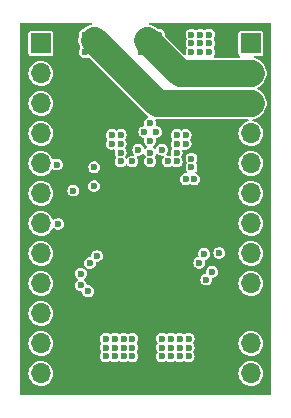
<source format=gbr>
%TF.GenerationSoftware,KiCad,Pcbnew,8.0.7*%
%TF.CreationDate,2025-02-16T23:20:21-06:00*%
%TF.ProjectId,MotorDriver,4d6f746f-7244-4726-9976-65722e6b6963,rev?*%
%TF.SameCoordinates,Original*%
%TF.FileFunction,Copper,L2,Inr*%
%TF.FilePolarity,Positive*%
%FSLAX46Y46*%
G04 Gerber Fmt 4.6, Leading zero omitted, Abs format (unit mm)*
G04 Created by KiCad (PCBNEW 8.0.7) date 2025-02-16 23:20:21*
%MOMM*%
%LPD*%
G01*
G04 APERTURE LIST*
%TA.AperFunction,ComponentPad*%
%ADD10R,1.700000X1.700000*%
%TD*%
%TA.AperFunction,ComponentPad*%
%ADD11O,1.700000X1.700000*%
%TD*%
%TA.AperFunction,ViaPad*%
%ADD12C,0.600000*%
%TD*%
%TA.AperFunction,Conductor*%
%ADD13C,2.250000*%
%TD*%
G04 APERTURE END LIST*
D10*
%TO.N,Net-(J2-Pin_1)*%
%TO.C,J2*%
X125000000Y-75000000D03*
D11*
%TO.N,Net-(J2-Pin_2)*%
X125000000Y-77540000D03*
%TO.N,Net-(J2-Pin_3)*%
X125000000Y-80080000D03*
%TO.N,Net-(J2-Pin_4)*%
X125000000Y-82620000D03*
%TO.N,Net-(J2-Pin_5)*%
X125000000Y-85160000D03*
%TO.N,Net-(J2-Pin_6)*%
X125000000Y-87700000D03*
%TO.N,/INHA*%
X125000000Y-90240000D03*
%TO.N,/INLA*%
X125000000Y-92780000D03*
%TO.N,/INHB*%
X125000000Y-95320000D03*
%TO.N,/INLB*%
X125000000Y-97860000D03*
%TO.N,/INHC*%
X125000000Y-100400000D03*
%TO.N,/INLC*%
X125000000Y-102940000D03*
%TD*%
D10*
%TO.N,/OUTA*%
%TO.C,J4*%
X142780000Y-75000000D03*
D11*
%TO.N,/OUTB*%
X142780000Y-77540000D03*
%TO.N,/OUTC*%
X142780000Y-80080000D03*
%TO.N,unconnected-(J4-Pin_4-Pad4)*%
X142780000Y-82620000D03*
%TO.N,Net-(J4-Pin_5)*%
X142780000Y-85160000D03*
%TO.N,Net-(J4-Pin_6)*%
X142780000Y-87700000D03*
%TO.N,Net-(J4-Pin_7)*%
X142780000Y-90240000D03*
%TO.N,/Buck_Out*%
X142780000Y-92780000D03*
%TO.N,+3.3V*%
X142780000Y-95320000D03*
%TO.N,GND*%
X142780000Y-97860000D03*
%TO.N,+BATT*%
X142780000Y-100400000D03*
%TO.N,-BATT*%
X142780000Y-102940000D03*
%TD*%
D12*
%TO.N,+BATT*%
X136750000Y-100750000D03*
X135250000Y-101500000D03*
X136750000Y-101500000D03*
X137250000Y-86500000D03*
X137500000Y-101500000D03*
X137500000Y-100000000D03*
X136750000Y-100000000D03*
X138000000Y-86500000D03*
X136000000Y-100000000D03*
X136000000Y-101500000D03*
X136000000Y-100750000D03*
X135250000Y-100000000D03*
X137500000Y-100750000D03*
X135250000Y-100750000D03*
%TO.N,-BATT*%
X132000000Y-100750000D03*
X137750000Y-85500000D03*
X132750000Y-100750000D03*
X131250000Y-101500000D03*
X130500000Y-101500000D03*
X133250000Y-84000000D03*
X131250000Y-100750000D03*
X132750000Y-101500000D03*
X137750000Y-84750000D03*
X131250000Y-100000000D03*
X135250000Y-84000000D03*
X130500000Y-100000000D03*
X132750000Y-100000000D03*
X132000000Y-100000000D03*
X132000000Y-101500000D03*
X130500000Y-100750000D03*
%TO.N,GND*%
X134750000Y-90750000D03*
X127894936Y-89392563D03*
X134000000Y-93750000D03*
X134750000Y-88250000D03*
X134250000Y-97000000D03*
X133750000Y-96250000D03*
X133750000Y-90750000D03*
X138950000Y-98250000D03*
X133750000Y-88250000D03*
X134750000Y-89500000D03*
X133750000Y-89500000D03*
X134750000Y-96250000D03*
%TO.N,+3.3V*%
X127750000Y-87462500D03*
X129000000Y-96000000D03*
X129517707Y-85481338D03*
%TO.N,/Buck_Out*%
X140106796Y-92750000D03*
X138822809Y-92819551D03*
%TO.N,Net-(J2-Pin_3)*%
X129750000Y-93000000D03*
%TO.N,Net-(J2-Pin_2)*%
X128382843Y-95490965D03*
%TO.N,Net-(J2-Pin_5)*%
X128382843Y-94500000D03*
X126459443Y-90290525D03*
%TO.N,Net-(J2-Pin_1)*%
X129500000Y-87081338D03*
%TO.N,Net-(J2-Pin_4)*%
X126346517Y-85256949D03*
X129148957Y-93601043D03*
%TO.N,/OUTA*%
X136500000Y-82750000D03*
X139250000Y-74250000D03*
X136500000Y-85000000D03*
X138500000Y-75750000D03*
X139250000Y-75750000D03*
X137750000Y-75750000D03*
X139250000Y-75000000D03*
X136500000Y-83500000D03*
X137750000Y-75000000D03*
X138500000Y-75000000D03*
X136500000Y-84250000D03*
X137750000Y-74250000D03*
X137250000Y-83500000D03*
X135750000Y-85000000D03*
X138500000Y-74250000D03*
X137250000Y-82750000D03*
%TO.N,/OUTC*%
X131750000Y-85000000D03*
X131750000Y-83500000D03*
X131000000Y-82750000D03*
X128750000Y-74250000D03*
X129500000Y-74250000D03*
X130250000Y-75000000D03*
X131750000Y-82750000D03*
X129500000Y-75750000D03*
X130250000Y-75750000D03*
X128750000Y-75000000D03*
X128750000Y-75750000D03*
X129500000Y-75000000D03*
X130250000Y-74250000D03*
X131750000Y-84250000D03*
X131000000Y-83500000D03*
X132750000Y-85000000D03*
%TO.N,/OUTB*%
X134250000Y-85000000D03*
X134250000Y-75000000D03*
X133500000Y-75000000D03*
X134250000Y-81750000D03*
X135000000Y-74250000D03*
X133750000Y-82500000D03*
X134750000Y-82500000D03*
X134250000Y-84250000D03*
X134250000Y-74250000D03*
X133500000Y-74250000D03*
X134250000Y-75750000D03*
X134250000Y-83250000D03*
X135000000Y-75000000D03*
X135000000Y-75750000D03*
X133500000Y-75750000D03*
%TO.N,Net-(J4-Pin_6)*%
X139500000Y-94350000D03*
%TO.N,Net-(J4-Pin_7)*%
X139000000Y-95000000D03*
%TO.N,Net-(J4-Pin_5)*%
X138415380Y-93584620D03*
%TD*%
D13*
%TO.N,/OUTC*%
X134830000Y-80080000D02*
X129500000Y-74750000D01*
X142780000Y-80080000D02*
X134830000Y-80080000D01*
%TO.N,/OUTB*%
X136790000Y-77540000D02*
X134000000Y-74750000D01*
X142780000Y-77540000D02*
X136790000Y-77540000D01*
%TD*%
%TA.AperFunction,Conductor*%
%TO.N,GND*%
G36*
X129294543Y-73269407D02*
G01*
X129330507Y-73318907D01*
X129330507Y-73380093D01*
X129294543Y-73429593D01*
X129251838Y-73447281D01*
X129189611Y-73457136D01*
X129189609Y-73457136D01*
X128991182Y-73521612D01*
X128805289Y-73616328D01*
X128636497Y-73738963D01*
X128622179Y-73753281D01*
X128580071Y-73778264D01*
X128539947Y-73790046D01*
X128418873Y-73867855D01*
X128324622Y-73976628D01*
X128264834Y-74107543D01*
X128245620Y-74241185D01*
X128244353Y-74250000D01*
X128246484Y-74264824D01*
X128248559Y-74279259D01*
X128244721Y-74323937D01*
X128207136Y-74439613D01*
X128174500Y-74645676D01*
X128174500Y-74854323D01*
X128207136Y-75060388D01*
X128207136Y-75060390D01*
X128271613Y-75258820D01*
X128331149Y-75375668D01*
X128340720Y-75436100D01*
X128326228Y-75474127D01*
X128324625Y-75476620D01*
X128264834Y-75607543D01*
X128244353Y-75749997D01*
X128244353Y-75750002D01*
X128264834Y-75892456D01*
X128313551Y-75999130D01*
X128324623Y-76023373D01*
X128377942Y-76084907D01*
X128418873Y-76132144D01*
X128506542Y-76188485D01*
X128539947Y-76209953D01*
X128636295Y-76238243D01*
X128678035Y-76250499D01*
X128678036Y-76250499D01*
X128678039Y-76250500D01*
X128678041Y-76250500D01*
X128821959Y-76250500D01*
X128821961Y-76250500D01*
X128960053Y-76209953D01*
X128969251Y-76204041D01*
X129028424Y-76188485D01*
X129085441Y-76210682D01*
X129092779Y-76217319D01*
X133966494Y-81091035D01*
X133966497Y-81091037D01*
X133966499Y-81091039D01*
X134027801Y-81135578D01*
X134027802Y-81135578D01*
X134029180Y-81136579D01*
X134065148Y-81186076D01*
X134065153Y-81247262D01*
X134029193Y-81296765D01*
X134024520Y-81299961D01*
X133918872Y-81367857D01*
X133824622Y-81476628D01*
X133764834Y-81607543D01*
X133744353Y-81749997D01*
X133744353Y-81750004D01*
X133764065Y-81887114D01*
X133753631Y-81947403D01*
X133709753Y-81990045D01*
X133680164Y-81999194D01*
X133678041Y-81999499D01*
X133539949Y-82040046D01*
X133539942Y-82040049D01*
X133418873Y-82117855D01*
X133324622Y-82226628D01*
X133264834Y-82357543D01*
X133244353Y-82499997D01*
X133244353Y-82500002D01*
X133264834Y-82642456D01*
X133313720Y-82749500D01*
X133324623Y-82773373D01*
X133370163Y-82825929D01*
X133418873Y-82882144D01*
X133539942Y-82959950D01*
X133539947Y-82959953D01*
X133678039Y-83000500D01*
X133678047Y-83000500D01*
X133680153Y-83000803D01*
X133681758Y-83001592D01*
X133684833Y-83002495D01*
X133684676Y-83003026D01*
X133735063Y-83027795D01*
X133763622Y-83081907D01*
X133764065Y-83112885D01*
X133744353Y-83249995D01*
X133744353Y-83250002D01*
X133764834Y-83392456D01*
X133813720Y-83499500D01*
X133824623Y-83523373D01*
X133918872Y-83632143D01*
X133954907Y-83655301D01*
X133972669Y-83666716D01*
X134011400Y-83714082D01*
X134014893Y-83775168D01*
X133981813Y-83826640D01*
X133972669Y-83833284D01*
X133918871Y-83867857D01*
X133902533Y-83886713D01*
X133850136Y-83918308D01*
X133789175Y-83913072D01*
X133742935Y-83873004D01*
X133737661Y-83863008D01*
X133696725Y-83773373D01*
X133675377Y-83726627D01*
X133581128Y-83617857D01*
X133581127Y-83617856D01*
X133581126Y-83617855D01*
X133460057Y-83540049D01*
X133460054Y-83540047D01*
X133460053Y-83540047D01*
X133460050Y-83540046D01*
X133321964Y-83499500D01*
X133321961Y-83499500D01*
X133178039Y-83499500D01*
X133178035Y-83499500D01*
X133039949Y-83540046D01*
X133039942Y-83540049D01*
X132918873Y-83617855D01*
X132824622Y-83726628D01*
X132764834Y-83857543D01*
X132744353Y-83999997D01*
X132744353Y-84000002D01*
X132764834Y-84142456D01*
X132824623Y-84273373D01*
X132878602Y-84335669D01*
X132902420Y-84392028D01*
X132888561Y-84451624D01*
X132842320Y-84491691D01*
X132803783Y-84499500D01*
X132678035Y-84499500D01*
X132539949Y-84540046D01*
X132539942Y-84540049D01*
X132418872Y-84617856D01*
X132418870Y-84617858D01*
X132324818Y-84726400D01*
X132272422Y-84757996D01*
X132211461Y-84752760D01*
X132175180Y-84726400D01*
X132143493Y-84689831D01*
X132119675Y-84633472D01*
X132133534Y-84573876D01*
X132143492Y-84560170D01*
X132175377Y-84523373D01*
X132235165Y-84392457D01*
X132255647Y-84250000D01*
X132255575Y-84249500D01*
X132235165Y-84107543D01*
X132221362Y-84077319D01*
X132175377Y-83976627D01*
X132143491Y-83939829D01*
X132119675Y-83883472D01*
X132133533Y-83823877D01*
X132143492Y-83810170D01*
X132175377Y-83773373D01*
X132235165Y-83642457D01*
X132255647Y-83500000D01*
X132255575Y-83499500D01*
X132235165Y-83357543D01*
X132175377Y-83226628D01*
X132175377Y-83226627D01*
X132143491Y-83189829D01*
X132119675Y-83133472D01*
X132133533Y-83073877D01*
X132143492Y-83060170D01*
X132175377Y-83023373D01*
X132235165Y-82892457D01*
X132241992Y-82844971D01*
X132255647Y-82750002D01*
X132255647Y-82749997D01*
X132235165Y-82607543D01*
X132186051Y-82500000D01*
X132175377Y-82476627D01*
X132081128Y-82367857D01*
X132081127Y-82367856D01*
X132081126Y-82367855D01*
X131960057Y-82290049D01*
X131960054Y-82290047D01*
X131960053Y-82290047D01*
X131960050Y-82290046D01*
X131821964Y-82249500D01*
X131821961Y-82249500D01*
X131678039Y-82249500D01*
X131678035Y-82249500D01*
X131539949Y-82290046D01*
X131539942Y-82290049D01*
X131428523Y-82361654D01*
X131369348Y-82377209D01*
X131321477Y-82361654D01*
X131210057Y-82290049D01*
X131210054Y-82290047D01*
X131210053Y-82290047D01*
X131210050Y-82290046D01*
X131071964Y-82249500D01*
X131071961Y-82249500D01*
X130928039Y-82249500D01*
X130928035Y-82249500D01*
X130789949Y-82290046D01*
X130789942Y-82290049D01*
X130668873Y-82367855D01*
X130574622Y-82476628D01*
X130514834Y-82607543D01*
X130494353Y-82749997D01*
X130494353Y-82750002D01*
X130514834Y-82892456D01*
X130564676Y-83001592D01*
X130574623Y-83023373D01*
X130578455Y-83027795D01*
X130606507Y-83060170D01*
X130630323Y-83116530D01*
X130616463Y-83176125D01*
X130606507Y-83189830D01*
X130574622Y-83226628D01*
X130514834Y-83357543D01*
X130494353Y-83499997D01*
X130494353Y-83500002D01*
X130514834Y-83642456D01*
X130553275Y-83726628D01*
X130574623Y-83773373D01*
X130656493Y-83867857D01*
X130668873Y-83882144D01*
X130725146Y-83918308D01*
X130789947Y-83959953D01*
X130862479Y-83981250D01*
X130928035Y-84000499D01*
X130928036Y-84000499D01*
X130928039Y-84000500D01*
X130928041Y-84000500D01*
X131071959Y-84000500D01*
X131071961Y-84000500D01*
X131143470Y-83979503D01*
X131204627Y-83981250D01*
X131253080Y-84018612D01*
X131270319Y-84077319D01*
X131266350Y-84102381D01*
X131264834Y-84107544D01*
X131244353Y-84249997D01*
X131244353Y-84250002D01*
X131264834Y-84392456D01*
X131303275Y-84476628D01*
X131324623Y-84523373D01*
X131339070Y-84540046D01*
X131356507Y-84560170D01*
X131380323Y-84616530D01*
X131366463Y-84676125D01*
X131356507Y-84689830D01*
X131324622Y-84726628D01*
X131264834Y-84857543D01*
X131244353Y-84999997D01*
X131244353Y-85000002D01*
X131264834Y-85142456D01*
X131312687Y-85247238D01*
X131324623Y-85273373D01*
X131381386Y-85338881D01*
X131418873Y-85382144D01*
X131539942Y-85459950D01*
X131539947Y-85459953D01*
X131646403Y-85491211D01*
X131678035Y-85500499D01*
X131678036Y-85500499D01*
X131678039Y-85500500D01*
X131678041Y-85500500D01*
X131821959Y-85500500D01*
X131821961Y-85500500D01*
X131960053Y-85459953D01*
X132081128Y-85382143D01*
X132175182Y-85273597D01*
X132227576Y-85242003D01*
X132288537Y-85247238D01*
X132324816Y-85273596D01*
X132404823Y-85365929D01*
X132418873Y-85382144D01*
X132539942Y-85459950D01*
X132539947Y-85459953D01*
X132646403Y-85491211D01*
X132678035Y-85500499D01*
X132678036Y-85500499D01*
X132678039Y-85500500D01*
X132678041Y-85500500D01*
X132821959Y-85500500D01*
X132821961Y-85500500D01*
X132960053Y-85459953D01*
X133081128Y-85382143D01*
X133175377Y-85273373D01*
X133235165Y-85142457D01*
X133252572Y-85021387D01*
X133255647Y-85000002D01*
X133255647Y-84999997D01*
X133235165Y-84857543D01*
X133218816Y-84821744D01*
X133175377Y-84726627D01*
X133143493Y-84689831D01*
X133121398Y-84664331D01*
X133097580Y-84607972D01*
X133111439Y-84548376D01*
X133157680Y-84508309D01*
X133196217Y-84500500D01*
X133321959Y-84500500D01*
X133321961Y-84500500D01*
X133460053Y-84459953D01*
X133581128Y-84382143D01*
X133597466Y-84363287D01*
X133649858Y-84331692D01*
X133710820Y-84336925D01*
X133757062Y-84376992D01*
X133762338Y-84386991D01*
X133814177Y-84500500D01*
X133824623Y-84523373D01*
X133839070Y-84540046D01*
X133856507Y-84560170D01*
X133880323Y-84616530D01*
X133866463Y-84676125D01*
X133856507Y-84689830D01*
X133824622Y-84726628D01*
X133764834Y-84857543D01*
X133744353Y-84999997D01*
X133744353Y-85000002D01*
X133764834Y-85142456D01*
X133812687Y-85247238D01*
X133824623Y-85273373D01*
X133881386Y-85338881D01*
X133918873Y-85382144D01*
X134039942Y-85459950D01*
X134039947Y-85459953D01*
X134146403Y-85491211D01*
X134178035Y-85500499D01*
X134178036Y-85500499D01*
X134178039Y-85500500D01*
X134178041Y-85500500D01*
X134321959Y-85500500D01*
X134321961Y-85500500D01*
X134460053Y-85459953D01*
X134581128Y-85382143D01*
X134675377Y-85273373D01*
X134735165Y-85142457D01*
X134752572Y-85021387D01*
X134755647Y-85000002D01*
X134755647Y-84999997D01*
X134735165Y-84857543D01*
X134718816Y-84821744D01*
X134675377Y-84726627D01*
X134643491Y-84689829D01*
X134619675Y-84633472D01*
X134633533Y-84573877D01*
X134643492Y-84560170D01*
X134675377Y-84523373D01*
X134717520Y-84431093D01*
X134737661Y-84386992D01*
X134779033Y-84341914D01*
X134838999Y-84329763D01*
X134894655Y-84355181D01*
X134902534Y-84363288D01*
X134918871Y-84382142D01*
X134918872Y-84382143D01*
X135038115Y-84458776D01*
X135039947Y-84459953D01*
X135146403Y-84491211D01*
X135178035Y-84500499D01*
X135178036Y-84500499D01*
X135178039Y-84500500D01*
X135178041Y-84500500D01*
X135303783Y-84500500D01*
X135361974Y-84519407D01*
X135397938Y-84568907D01*
X135397938Y-84630093D01*
X135378602Y-84664331D01*
X135324623Y-84726626D01*
X135264834Y-84857543D01*
X135244353Y-84999997D01*
X135244353Y-85000002D01*
X135264834Y-85142456D01*
X135312687Y-85247238D01*
X135324623Y-85273373D01*
X135381386Y-85338881D01*
X135418873Y-85382144D01*
X135539942Y-85459950D01*
X135539947Y-85459953D01*
X135646403Y-85491211D01*
X135678035Y-85500499D01*
X135678036Y-85500499D01*
X135678039Y-85500500D01*
X135678041Y-85500500D01*
X135821959Y-85500500D01*
X135821961Y-85500500D01*
X135960053Y-85459953D01*
X136071478Y-85388344D01*
X136130652Y-85372790D01*
X136178521Y-85388344D01*
X136289947Y-85459953D01*
X136396403Y-85491211D01*
X136428035Y-85500499D01*
X136428036Y-85500499D01*
X136428039Y-85500500D01*
X136428041Y-85500500D01*
X136571959Y-85500500D01*
X136571961Y-85500500D01*
X136710053Y-85459953D01*
X136831128Y-85382143D01*
X136925377Y-85273373D01*
X136985165Y-85142457D01*
X137002572Y-85021387D01*
X137005647Y-85000002D01*
X137005647Y-84999997D01*
X136985165Y-84857543D01*
X136968816Y-84821744D01*
X136925377Y-84726627D01*
X136893491Y-84689829D01*
X136869675Y-84633472D01*
X136883533Y-84573877D01*
X136893492Y-84560170D01*
X136925377Y-84523373D01*
X136985165Y-84392457D01*
X137005647Y-84250000D01*
X137005575Y-84249500D01*
X136985166Y-84107550D01*
X136985165Y-84107543D01*
X136985162Y-84107536D01*
X136983651Y-84102389D01*
X136985396Y-84041228D01*
X137022756Y-83992774D01*
X137081463Y-83975533D01*
X137106525Y-83979501D01*
X137178039Y-84000500D01*
X137178041Y-84000500D01*
X137321959Y-84000500D01*
X137321961Y-84000500D01*
X137460053Y-83959953D01*
X137581128Y-83882143D01*
X137675377Y-83773373D01*
X137735165Y-83642457D01*
X137755647Y-83500000D01*
X137755575Y-83499500D01*
X137735165Y-83357543D01*
X137675377Y-83226628D01*
X137675377Y-83226627D01*
X137643491Y-83189829D01*
X137619675Y-83133472D01*
X137633533Y-83073877D01*
X137643492Y-83060170D01*
X137675377Y-83023373D01*
X137735165Y-82892457D01*
X137741992Y-82844971D01*
X137755647Y-82750002D01*
X137755647Y-82749997D01*
X137735165Y-82607543D01*
X137686051Y-82500000D01*
X137675377Y-82476627D01*
X137581128Y-82367857D01*
X137581127Y-82367856D01*
X137581126Y-82367855D01*
X137460057Y-82290049D01*
X137460054Y-82290047D01*
X137460053Y-82290047D01*
X137460050Y-82290046D01*
X137321964Y-82249500D01*
X137321961Y-82249500D01*
X137178039Y-82249500D01*
X137178035Y-82249500D01*
X137039949Y-82290046D01*
X137039942Y-82290049D01*
X136928523Y-82361654D01*
X136869348Y-82377209D01*
X136821477Y-82361654D01*
X136710057Y-82290049D01*
X136710054Y-82290047D01*
X136710053Y-82290047D01*
X136710050Y-82290046D01*
X136571964Y-82249500D01*
X136571961Y-82249500D01*
X136428039Y-82249500D01*
X136428035Y-82249500D01*
X136289949Y-82290046D01*
X136289942Y-82290049D01*
X136168873Y-82367855D01*
X136074622Y-82476628D01*
X136014834Y-82607543D01*
X135994353Y-82749997D01*
X135994353Y-82750002D01*
X136014834Y-82892456D01*
X136064676Y-83001592D01*
X136074623Y-83023373D01*
X136078455Y-83027795D01*
X136106507Y-83060170D01*
X136130323Y-83116530D01*
X136116463Y-83176125D01*
X136106507Y-83189830D01*
X136074622Y-83226628D01*
X136014834Y-83357543D01*
X135994353Y-83499997D01*
X135994353Y-83500002D01*
X136014834Y-83642456D01*
X136053275Y-83726628D01*
X136074623Y-83773373D01*
X136085494Y-83785919D01*
X136106507Y-83810170D01*
X136130323Y-83866530D01*
X136116463Y-83926125D01*
X136106507Y-83939830D01*
X136074622Y-83976628D01*
X136014834Y-84107543D01*
X135994353Y-84249997D01*
X135994353Y-84250002D01*
X136014834Y-84392455D01*
X136016349Y-84397615D01*
X136014601Y-84458776D01*
X135977238Y-84507228D01*
X135918531Y-84524466D01*
X135893468Y-84520496D01*
X135821964Y-84499500D01*
X135821961Y-84499500D01*
X135696217Y-84499500D01*
X135638026Y-84480593D01*
X135602062Y-84431093D01*
X135602062Y-84369907D01*
X135621398Y-84335669D01*
X135660927Y-84290049D01*
X135675377Y-84273373D01*
X135735165Y-84142457D01*
X135744530Y-84077319D01*
X135755647Y-84000002D01*
X135755647Y-83999997D01*
X135735165Y-83857543D01*
X135696725Y-83773373D01*
X135675377Y-83726627D01*
X135581128Y-83617857D01*
X135581127Y-83617856D01*
X135581126Y-83617855D01*
X135460057Y-83540049D01*
X135460054Y-83540047D01*
X135460053Y-83540047D01*
X135460050Y-83540046D01*
X135321964Y-83499500D01*
X135321961Y-83499500D01*
X135178039Y-83499500D01*
X135178035Y-83499500D01*
X135039949Y-83540046D01*
X135039942Y-83540049D01*
X134918873Y-83617855D01*
X134824622Y-83726628D01*
X134762338Y-83863008D01*
X134720966Y-83908085D01*
X134660999Y-83920236D01*
X134605343Y-83894818D01*
X134597465Y-83886711D01*
X134581128Y-83867857D01*
X134581128Y-83867856D01*
X134527331Y-83833284D01*
X134488600Y-83785919D01*
X134485106Y-83724833D01*
X134518185Y-83673360D01*
X134527331Y-83666716D01*
X134565079Y-83642457D01*
X134581128Y-83632143D01*
X134675377Y-83523373D01*
X134735165Y-83392457D01*
X134755647Y-83250000D01*
X134755647Y-83249996D01*
X134735934Y-83112886D01*
X134746367Y-83052597D01*
X134790245Y-83009954D01*
X134819847Y-83000803D01*
X134821952Y-83000500D01*
X134821961Y-83000500D01*
X134960053Y-82959953D01*
X135081128Y-82882143D01*
X135175377Y-82773373D01*
X135235165Y-82642457D01*
X135255647Y-82500000D01*
X135243927Y-82418488D01*
X135235165Y-82357543D01*
X135204340Y-82290046D01*
X135175377Y-82226627D01*
X135081128Y-82117857D01*
X135081127Y-82117856D01*
X135081126Y-82117855D01*
X134960057Y-82040049D01*
X134960054Y-82040047D01*
X134960053Y-82040047D01*
X134960050Y-82040046D01*
X134821957Y-81999498D01*
X134819837Y-81999194D01*
X134818232Y-81998405D01*
X134815167Y-81997505D01*
X134815322Y-81996974D01*
X134764929Y-81972198D01*
X134736376Y-81918084D01*
X134735934Y-81887113D01*
X134755647Y-81750002D01*
X134755647Y-81749997D01*
X134735165Y-81607543D01*
X134706889Y-81545627D01*
X134699914Y-81484840D01*
X134730000Y-81431563D01*
X134785656Y-81406145D01*
X134796942Y-81405500D01*
X142497405Y-81405500D01*
X142555596Y-81424407D01*
X142591560Y-81473907D01*
X142591560Y-81535093D01*
X142555596Y-81584593D01*
X142526143Y-81599237D01*
X142376045Y-81644768D01*
X142193547Y-81742316D01*
X142033595Y-81873585D01*
X142033585Y-81873595D01*
X141902316Y-82033547D01*
X141804768Y-82216045D01*
X141744699Y-82414065D01*
X141744698Y-82414070D01*
X141724417Y-82619996D01*
X141724417Y-82620003D01*
X141744698Y-82825929D01*
X141744699Y-82825934D01*
X141804768Y-83023954D01*
X141902316Y-83206452D01*
X141938051Y-83249995D01*
X142033590Y-83366410D01*
X142033595Y-83366414D01*
X142193547Y-83497683D01*
X142193548Y-83497683D01*
X142193550Y-83497685D01*
X142376046Y-83595232D01*
X142497727Y-83632143D01*
X142574065Y-83655300D01*
X142574070Y-83655301D01*
X142779997Y-83675583D01*
X142780000Y-83675583D01*
X142780003Y-83675583D01*
X142985929Y-83655301D01*
X142985934Y-83655300D01*
X143183954Y-83595232D01*
X143366450Y-83497685D01*
X143526410Y-83366410D01*
X143657685Y-83206450D01*
X143755232Y-83023954D01*
X143815300Y-82825934D01*
X143815301Y-82825929D01*
X143835583Y-82620003D01*
X143835583Y-82619996D01*
X143815301Y-82414070D01*
X143815300Y-82414065D01*
X143777680Y-82290049D01*
X143755232Y-82216046D01*
X143657685Y-82033550D01*
X143629740Y-81999499D01*
X143526414Y-81873595D01*
X143526410Y-81873590D01*
X143526404Y-81873585D01*
X143366452Y-81742316D01*
X143183954Y-81644768D01*
X142985934Y-81584699D01*
X142983066Y-81584129D01*
X142981900Y-81583476D01*
X142981280Y-81583288D01*
X142981321Y-81583151D01*
X142929685Y-81554226D01*
X142904076Y-81498658D01*
X142916019Y-81438650D01*
X142960954Y-81397122D01*
X142986904Y-81389252D01*
X143090389Y-81372862D01*
X143288816Y-81308389D01*
X143474714Y-81213670D01*
X143643505Y-81091035D01*
X143791035Y-80943505D01*
X143913670Y-80774714D01*
X144008389Y-80588816D01*
X144072862Y-80390389D01*
X144105500Y-80184319D01*
X144105500Y-79975681D01*
X144105500Y-79975677D01*
X144072863Y-79769615D01*
X144072862Y-79769611D01*
X144008389Y-79571184D01*
X143913670Y-79385286D01*
X143876114Y-79333595D01*
X143791039Y-79216500D01*
X143791037Y-79216498D01*
X143791035Y-79216495D01*
X143643505Y-79068965D01*
X143643501Y-79068962D01*
X143643499Y-79068960D01*
X143474719Y-78946333D01*
X143474713Y-78946329D01*
X143380272Y-78898210D01*
X143337008Y-78854946D01*
X143327436Y-78794513D01*
X143355213Y-78739997D01*
X143380272Y-78721790D01*
X143474714Y-78673670D01*
X143643505Y-78551035D01*
X143791035Y-78403505D01*
X143913670Y-78234714D01*
X144008389Y-78048816D01*
X144072862Y-77850389D01*
X144105500Y-77644319D01*
X144105500Y-77435681D01*
X144105500Y-77435677D01*
X144072863Y-77229615D01*
X144072862Y-77229611D01*
X144008389Y-77031184D01*
X143913670Y-76845286D01*
X143876114Y-76793595D01*
X143791039Y-76676500D01*
X143791037Y-76676498D01*
X143791035Y-76676495D01*
X143643505Y-76528965D01*
X143643501Y-76528962D01*
X143643499Y-76528960D01*
X143474719Y-76406333D01*
X143474713Y-76406329D01*
X143288816Y-76311611D01*
X143090377Y-76247134D01*
X143086606Y-76246229D01*
X143086892Y-76245037D01*
X143036779Y-76219504D01*
X143009001Y-76164988D01*
X143018572Y-76104555D01*
X143061836Y-76061291D01*
X143106782Y-76050500D01*
X143649747Y-76050500D01*
X143649748Y-76050500D01*
X143708231Y-76038867D01*
X143774552Y-75994552D01*
X143818867Y-75928231D01*
X143830500Y-75869748D01*
X143830500Y-74130252D01*
X143818867Y-74071769D01*
X143774552Y-74005448D01*
X143774548Y-74005445D01*
X143708233Y-73961134D01*
X143708231Y-73961133D01*
X143708228Y-73961132D01*
X143708227Y-73961132D01*
X143649758Y-73949501D01*
X143649748Y-73949500D01*
X141910252Y-73949500D01*
X141910251Y-73949500D01*
X141910241Y-73949501D01*
X141851772Y-73961132D01*
X141851766Y-73961134D01*
X141785451Y-74005445D01*
X141785445Y-74005451D01*
X141741134Y-74071766D01*
X141741132Y-74071772D01*
X141729501Y-74130241D01*
X141729500Y-74130253D01*
X141729500Y-75869746D01*
X141729501Y-75869758D01*
X141741132Y-75928227D01*
X141741133Y-75928231D01*
X141785448Y-75994552D01*
X141785451Y-75994554D01*
X141843265Y-76033185D01*
X141881144Y-76081235D01*
X141883546Y-76142374D01*
X141849552Y-76193247D01*
X141792149Y-76214424D01*
X141788263Y-76214500D01*
X139726545Y-76214500D01*
X139668354Y-76195593D01*
X139632390Y-76146093D01*
X139632390Y-76084907D01*
X139651725Y-76050670D01*
X139666875Y-76033185D01*
X139675377Y-76023373D01*
X139735165Y-75892457D01*
X139755647Y-75750000D01*
X139735165Y-75607543D01*
X139675377Y-75476627D01*
X139643491Y-75439829D01*
X139619675Y-75383472D01*
X139633533Y-75323877D01*
X139643492Y-75310170D01*
X139675377Y-75273373D01*
X139735165Y-75142457D01*
X139746964Y-75060390D01*
X139755647Y-75000002D01*
X139755647Y-74999997D01*
X139735165Y-74857543D01*
X139675377Y-74726628D01*
X139675377Y-74726627D01*
X139643491Y-74689829D01*
X139619675Y-74633472D01*
X139633533Y-74573877D01*
X139643492Y-74560170D01*
X139675377Y-74523373D01*
X139735165Y-74392457D01*
X139745017Y-74323937D01*
X139755647Y-74250002D01*
X139755647Y-74249997D01*
X139735165Y-74107543D01*
X139711300Y-74055287D01*
X139675377Y-73976627D01*
X139581128Y-73867857D01*
X139581127Y-73867856D01*
X139581126Y-73867855D01*
X139460057Y-73790049D01*
X139460054Y-73790047D01*
X139460053Y-73790047D01*
X139460050Y-73790046D01*
X139321964Y-73749500D01*
X139321961Y-73749500D01*
X139178039Y-73749500D01*
X139178035Y-73749500D01*
X139039949Y-73790046D01*
X139039942Y-73790049D01*
X138928523Y-73861654D01*
X138869348Y-73877209D01*
X138821477Y-73861654D01*
X138710057Y-73790049D01*
X138710054Y-73790047D01*
X138710053Y-73790047D01*
X138710050Y-73790046D01*
X138571964Y-73749500D01*
X138571961Y-73749500D01*
X138428039Y-73749500D01*
X138428035Y-73749500D01*
X138289949Y-73790046D01*
X138289942Y-73790049D01*
X138178523Y-73861654D01*
X138119348Y-73877209D01*
X138071477Y-73861654D01*
X137960057Y-73790049D01*
X137960054Y-73790047D01*
X137960053Y-73790047D01*
X137960050Y-73790046D01*
X137821964Y-73749500D01*
X137821961Y-73749500D01*
X137678039Y-73749500D01*
X137678035Y-73749500D01*
X137539949Y-73790046D01*
X137539942Y-73790049D01*
X137418873Y-73867855D01*
X137324622Y-73976628D01*
X137264834Y-74107543D01*
X137244353Y-74249997D01*
X137244353Y-74250002D01*
X137264834Y-74392456D01*
X137324622Y-74523371D01*
X137324623Y-74523373D01*
X137346977Y-74549171D01*
X137356507Y-74560170D01*
X137380323Y-74616530D01*
X137366463Y-74676125D01*
X137356507Y-74689830D01*
X137324622Y-74726628D01*
X137264834Y-74857543D01*
X137244353Y-74999997D01*
X137244353Y-75000002D01*
X137264834Y-75142456D01*
X137317975Y-75258817D01*
X137324623Y-75273373D01*
X137346977Y-75299171D01*
X137356507Y-75310170D01*
X137380323Y-75366530D01*
X137366463Y-75426125D01*
X137356507Y-75439830D01*
X137324622Y-75476628D01*
X137264834Y-75607543D01*
X137244353Y-75749997D01*
X137244353Y-75750003D01*
X137264120Y-75887491D01*
X137253687Y-75947781D01*
X137209808Y-75990423D01*
X137149246Y-75999130D01*
X137096124Y-75971584D01*
X135524206Y-74399666D01*
X135496429Y-74345149D01*
X135496218Y-74315578D01*
X135505647Y-74250000D01*
X135504379Y-74241182D01*
X135485165Y-74107543D01*
X135461300Y-74055287D01*
X135425377Y-73976627D01*
X135331128Y-73867857D01*
X135331127Y-73867856D01*
X135331126Y-73867855D01*
X135210057Y-73790049D01*
X135210054Y-73790047D01*
X135210053Y-73790047D01*
X135210050Y-73790046D01*
X135071964Y-73749500D01*
X135071961Y-73749500D01*
X134928039Y-73749500D01*
X134928032Y-73749500D01*
X134926035Y-73749787D01*
X134924377Y-73749500D01*
X134920959Y-73749500D01*
X134920959Y-73748908D01*
X134865747Y-73739349D01*
X134853763Y-73731887D01*
X134694711Y-73616328D01*
X134508817Y-73521612D01*
X134508816Y-73521611D01*
X134508815Y-73521611D01*
X134457356Y-73504890D01*
X134310389Y-73457136D01*
X134248162Y-73447281D01*
X134193645Y-73419504D01*
X134165867Y-73364988D01*
X134175438Y-73304556D01*
X134218702Y-73261291D01*
X134263648Y-73250500D01*
X144400500Y-73250500D01*
X144458691Y-73269407D01*
X144494655Y-73318907D01*
X144499500Y-73349500D01*
X144499500Y-104650500D01*
X144480593Y-104708691D01*
X144431093Y-104744655D01*
X144400500Y-104749500D01*
X123349500Y-104749500D01*
X123291309Y-104730593D01*
X123255345Y-104681093D01*
X123250500Y-104650500D01*
X123250500Y-102939996D01*
X123944417Y-102939996D01*
X123944417Y-102940003D01*
X123964698Y-103145929D01*
X123964699Y-103145934D01*
X124024768Y-103343954D01*
X124122316Y-103526452D01*
X124253585Y-103686404D01*
X124253590Y-103686410D01*
X124253595Y-103686414D01*
X124413547Y-103817683D01*
X124413548Y-103817683D01*
X124413550Y-103817685D01*
X124596046Y-103915232D01*
X124733997Y-103957078D01*
X124794065Y-103975300D01*
X124794070Y-103975301D01*
X124999997Y-103995583D01*
X125000000Y-103995583D01*
X125000003Y-103995583D01*
X125205929Y-103975301D01*
X125205934Y-103975300D01*
X125403954Y-103915232D01*
X125586450Y-103817685D01*
X125746410Y-103686410D01*
X125877685Y-103526450D01*
X125975232Y-103343954D01*
X126035300Y-103145934D01*
X126035301Y-103145929D01*
X126055583Y-102940003D01*
X126055583Y-102939996D01*
X141724417Y-102939996D01*
X141724417Y-102940003D01*
X141744698Y-103145929D01*
X141744699Y-103145934D01*
X141804768Y-103343954D01*
X141902316Y-103526452D01*
X142033585Y-103686404D01*
X142033590Y-103686410D01*
X142033595Y-103686414D01*
X142193547Y-103817683D01*
X142193548Y-103817683D01*
X142193550Y-103817685D01*
X142376046Y-103915232D01*
X142513997Y-103957078D01*
X142574065Y-103975300D01*
X142574070Y-103975301D01*
X142779997Y-103995583D01*
X142780000Y-103995583D01*
X142780003Y-103995583D01*
X142985929Y-103975301D01*
X142985934Y-103975300D01*
X143183954Y-103915232D01*
X143366450Y-103817685D01*
X143526410Y-103686410D01*
X143657685Y-103526450D01*
X143755232Y-103343954D01*
X143815300Y-103145934D01*
X143815301Y-103145929D01*
X143835583Y-102940003D01*
X143835583Y-102939996D01*
X143815301Y-102734070D01*
X143815300Y-102734065D01*
X143797078Y-102673997D01*
X143755232Y-102536046D01*
X143657685Y-102353550D01*
X143526410Y-102193590D01*
X143526404Y-102193585D01*
X143366452Y-102062316D01*
X143183954Y-101964768D01*
X142985934Y-101904699D01*
X142985929Y-101904698D01*
X142780003Y-101884417D01*
X142779997Y-101884417D01*
X142574070Y-101904698D01*
X142574065Y-101904699D01*
X142376045Y-101964768D01*
X142193547Y-102062316D01*
X142033595Y-102193585D01*
X142033585Y-102193595D01*
X141902316Y-102353547D01*
X141804768Y-102536045D01*
X141744699Y-102734065D01*
X141744698Y-102734070D01*
X141724417Y-102939996D01*
X126055583Y-102939996D01*
X126035301Y-102734070D01*
X126035300Y-102734065D01*
X126017078Y-102673997D01*
X125975232Y-102536046D01*
X125877685Y-102353550D01*
X125746410Y-102193590D01*
X125746404Y-102193585D01*
X125586452Y-102062316D01*
X125403954Y-101964768D01*
X125205934Y-101904699D01*
X125205929Y-101904698D01*
X125000003Y-101884417D01*
X124999997Y-101884417D01*
X124794070Y-101904698D01*
X124794065Y-101904699D01*
X124596045Y-101964768D01*
X124413547Y-102062316D01*
X124253595Y-102193585D01*
X124253585Y-102193595D01*
X124122316Y-102353547D01*
X124024768Y-102536045D01*
X123964699Y-102734065D01*
X123964698Y-102734070D01*
X123944417Y-102939996D01*
X123250500Y-102939996D01*
X123250500Y-100399996D01*
X123944417Y-100399996D01*
X123944417Y-100400003D01*
X123964698Y-100605929D01*
X123964699Y-100605934D01*
X124024768Y-100803954D01*
X124122316Y-100986452D01*
X124182813Y-101060168D01*
X124253590Y-101146410D01*
X124253595Y-101146414D01*
X124413547Y-101277683D01*
X124413548Y-101277683D01*
X124413550Y-101277685D01*
X124596046Y-101375232D01*
X124733997Y-101417078D01*
X124794065Y-101435300D01*
X124794070Y-101435301D01*
X124999997Y-101455583D01*
X125000000Y-101455583D01*
X125000003Y-101455583D01*
X125205929Y-101435301D01*
X125205934Y-101435300D01*
X125403954Y-101375232D01*
X125586450Y-101277685D01*
X125746410Y-101146410D01*
X125877685Y-100986450D01*
X125975232Y-100803954D01*
X126035300Y-100605934D01*
X126035301Y-100605929D01*
X126055583Y-100400003D01*
X126055583Y-100399996D01*
X126035301Y-100194070D01*
X126035300Y-100194065D01*
X126017078Y-100133997D01*
X125976430Y-99999997D01*
X129994353Y-99999997D01*
X129994353Y-100000002D01*
X130014834Y-100142456D01*
X130038404Y-100194066D01*
X130074623Y-100273373D01*
X130096977Y-100299171D01*
X130106507Y-100310170D01*
X130130323Y-100366530D01*
X130116463Y-100426125D01*
X130106507Y-100439830D01*
X130074622Y-100476628D01*
X130014834Y-100607543D01*
X129994353Y-100749997D01*
X129994353Y-100750002D01*
X130014834Y-100892456D01*
X130074622Y-101023371D01*
X130074623Y-101023373D01*
X130096977Y-101049171D01*
X130106507Y-101060170D01*
X130130323Y-101116530D01*
X130116463Y-101176125D01*
X130106507Y-101189830D01*
X130074622Y-101226628D01*
X130014834Y-101357543D01*
X129994353Y-101499997D01*
X129994353Y-101500002D01*
X130014834Y-101642456D01*
X130074622Y-101773371D01*
X130074623Y-101773373D01*
X130160768Y-101872790D01*
X130168873Y-101882144D01*
X130203971Y-101904700D01*
X130289947Y-101959953D01*
X130396403Y-101991211D01*
X130428035Y-102000499D01*
X130428036Y-102000499D01*
X130428039Y-102000500D01*
X130428041Y-102000500D01*
X130571959Y-102000500D01*
X130571961Y-102000500D01*
X130710053Y-101959953D01*
X130821478Y-101888344D01*
X130880652Y-101872790D01*
X130928521Y-101888344D01*
X131039947Y-101959953D01*
X131146403Y-101991211D01*
X131178035Y-102000499D01*
X131178036Y-102000499D01*
X131178039Y-102000500D01*
X131178041Y-102000500D01*
X131321959Y-102000500D01*
X131321961Y-102000500D01*
X131460053Y-101959953D01*
X131571478Y-101888344D01*
X131630652Y-101872790D01*
X131678521Y-101888344D01*
X131789947Y-101959953D01*
X131896403Y-101991211D01*
X131928035Y-102000499D01*
X131928036Y-102000499D01*
X131928039Y-102000500D01*
X131928041Y-102000500D01*
X132071959Y-102000500D01*
X132071961Y-102000500D01*
X132210053Y-101959953D01*
X132321478Y-101888344D01*
X132380652Y-101872790D01*
X132428521Y-101888344D01*
X132539947Y-101959953D01*
X132646403Y-101991211D01*
X132678035Y-102000499D01*
X132678036Y-102000499D01*
X132678039Y-102000500D01*
X132678041Y-102000500D01*
X132821959Y-102000500D01*
X132821961Y-102000500D01*
X132960053Y-101959953D01*
X133081128Y-101882143D01*
X133175377Y-101773373D01*
X133235165Y-101642457D01*
X133255647Y-101500000D01*
X133235165Y-101357543D01*
X133175377Y-101226627D01*
X133143491Y-101189829D01*
X133119675Y-101133472D01*
X133133533Y-101073877D01*
X133143492Y-101060170D01*
X133175377Y-101023373D01*
X133235165Y-100892457D01*
X133255647Y-100750000D01*
X133235165Y-100607543D01*
X133175377Y-100476627D01*
X133143491Y-100439829D01*
X133119675Y-100383472D01*
X133133533Y-100323877D01*
X133143492Y-100310170D01*
X133175377Y-100273373D01*
X133235165Y-100142457D01*
X133255647Y-100000000D01*
X133255647Y-99999997D01*
X134744353Y-99999997D01*
X134744353Y-100000002D01*
X134764834Y-100142456D01*
X134788404Y-100194066D01*
X134824623Y-100273373D01*
X134846977Y-100299171D01*
X134856507Y-100310170D01*
X134880323Y-100366530D01*
X134866463Y-100426125D01*
X134856507Y-100439830D01*
X134824622Y-100476628D01*
X134764834Y-100607543D01*
X134744353Y-100749997D01*
X134744353Y-100750002D01*
X134764834Y-100892456D01*
X134824622Y-101023371D01*
X134824623Y-101023373D01*
X134846977Y-101049171D01*
X134856507Y-101060170D01*
X134880323Y-101116530D01*
X134866463Y-101176125D01*
X134856507Y-101189830D01*
X134824622Y-101226628D01*
X134764834Y-101357543D01*
X134744353Y-101499997D01*
X134744353Y-101500002D01*
X134764834Y-101642456D01*
X134824622Y-101773371D01*
X134824623Y-101773373D01*
X134910768Y-101872790D01*
X134918873Y-101882144D01*
X134953971Y-101904700D01*
X135039947Y-101959953D01*
X135146403Y-101991211D01*
X135178035Y-102000499D01*
X135178036Y-102000499D01*
X135178039Y-102000500D01*
X135178041Y-102000500D01*
X135321959Y-102000500D01*
X135321961Y-102000500D01*
X135460053Y-101959953D01*
X135571478Y-101888344D01*
X135630652Y-101872790D01*
X135678521Y-101888344D01*
X135789947Y-101959953D01*
X135896403Y-101991211D01*
X135928035Y-102000499D01*
X135928036Y-102000499D01*
X135928039Y-102000500D01*
X135928041Y-102000500D01*
X136071959Y-102000500D01*
X136071961Y-102000500D01*
X136210053Y-101959953D01*
X136321478Y-101888344D01*
X136380652Y-101872790D01*
X136428521Y-101888344D01*
X136539947Y-101959953D01*
X136646403Y-101991211D01*
X136678035Y-102000499D01*
X136678036Y-102000499D01*
X136678039Y-102000500D01*
X136678041Y-102000500D01*
X136821959Y-102000500D01*
X136821961Y-102000500D01*
X136960053Y-101959953D01*
X137071478Y-101888344D01*
X137130652Y-101872790D01*
X137178521Y-101888344D01*
X137289947Y-101959953D01*
X137396403Y-101991211D01*
X137428035Y-102000499D01*
X137428036Y-102000499D01*
X137428039Y-102000500D01*
X137428041Y-102000500D01*
X137571959Y-102000500D01*
X137571961Y-102000500D01*
X137710053Y-101959953D01*
X137831128Y-101882143D01*
X137925377Y-101773373D01*
X137985165Y-101642457D01*
X138005647Y-101500000D01*
X137985165Y-101357543D01*
X137925377Y-101226627D01*
X137893491Y-101189829D01*
X137869675Y-101133472D01*
X137883533Y-101073877D01*
X137893492Y-101060170D01*
X137925377Y-101023373D01*
X137985165Y-100892457D01*
X138005647Y-100750000D01*
X137985165Y-100607543D01*
X137925377Y-100476627D01*
X137893491Y-100439829D01*
X137876658Y-100399996D01*
X141724417Y-100399996D01*
X141724417Y-100400003D01*
X141744698Y-100605929D01*
X141744699Y-100605934D01*
X141804768Y-100803954D01*
X141902316Y-100986452D01*
X141962813Y-101060168D01*
X142033590Y-101146410D01*
X142033595Y-101146414D01*
X142193547Y-101277683D01*
X142193548Y-101277683D01*
X142193550Y-101277685D01*
X142376046Y-101375232D01*
X142513997Y-101417078D01*
X142574065Y-101435300D01*
X142574070Y-101435301D01*
X142779997Y-101455583D01*
X142780000Y-101455583D01*
X142780003Y-101455583D01*
X142985929Y-101435301D01*
X142985934Y-101435300D01*
X143183954Y-101375232D01*
X143366450Y-101277685D01*
X143526410Y-101146410D01*
X143657685Y-100986450D01*
X143755232Y-100803954D01*
X143815300Y-100605934D01*
X143815301Y-100605929D01*
X143835583Y-100400003D01*
X143835583Y-100399996D01*
X143815301Y-100194070D01*
X143815300Y-100194065D01*
X143797078Y-100133997D01*
X143755232Y-99996046D01*
X143657685Y-99813550D01*
X143586350Y-99726628D01*
X143526414Y-99653595D01*
X143526410Y-99653590D01*
X143526404Y-99653585D01*
X143366452Y-99522316D01*
X143183954Y-99424768D01*
X142985934Y-99364699D01*
X142985929Y-99364698D01*
X142780003Y-99344417D01*
X142779997Y-99344417D01*
X142574070Y-99364698D01*
X142574065Y-99364699D01*
X142376045Y-99424768D01*
X142193547Y-99522316D01*
X142033595Y-99653585D01*
X142033585Y-99653595D01*
X141902316Y-99813547D01*
X141804768Y-99996045D01*
X141744699Y-100194065D01*
X141744698Y-100194070D01*
X141724417Y-100399996D01*
X137876658Y-100399996D01*
X137869675Y-100383472D01*
X137883533Y-100323877D01*
X137893492Y-100310170D01*
X137925377Y-100273373D01*
X137985165Y-100142457D01*
X138005647Y-100000000D01*
X138005078Y-99996045D01*
X137985165Y-99857543D01*
X137925377Y-99726628D01*
X137925377Y-99726627D01*
X137831128Y-99617857D01*
X137831127Y-99617856D01*
X137831126Y-99617855D01*
X137710057Y-99540049D01*
X137710054Y-99540047D01*
X137710053Y-99540047D01*
X137710050Y-99540046D01*
X137571964Y-99499500D01*
X137571961Y-99499500D01*
X137428039Y-99499500D01*
X137428035Y-99499500D01*
X137289949Y-99540046D01*
X137289942Y-99540049D01*
X137178523Y-99611654D01*
X137119348Y-99627209D01*
X137071477Y-99611654D01*
X136960057Y-99540049D01*
X136960054Y-99540047D01*
X136960053Y-99540047D01*
X136960050Y-99540046D01*
X136821964Y-99499500D01*
X136821961Y-99499500D01*
X136678039Y-99499500D01*
X136678035Y-99499500D01*
X136539949Y-99540046D01*
X136539942Y-99540049D01*
X136428523Y-99611654D01*
X136369348Y-99627209D01*
X136321477Y-99611654D01*
X136210057Y-99540049D01*
X136210054Y-99540047D01*
X136210053Y-99540047D01*
X136210050Y-99540046D01*
X136071964Y-99499500D01*
X136071961Y-99499500D01*
X135928039Y-99499500D01*
X135928035Y-99499500D01*
X135789949Y-99540046D01*
X135789942Y-99540049D01*
X135678523Y-99611654D01*
X135619348Y-99627209D01*
X135571477Y-99611654D01*
X135460057Y-99540049D01*
X135460054Y-99540047D01*
X135460053Y-99540047D01*
X135460050Y-99540046D01*
X135321964Y-99499500D01*
X135321961Y-99499500D01*
X135178039Y-99499500D01*
X135178035Y-99499500D01*
X135039949Y-99540046D01*
X135039942Y-99540049D01*
X134918873Y-99617855D01*
X134824622Y-99726628D01*
X134764834Y-99857543D01*
X134744353Y-99999997D01*
X133255647Y-99999997D01*
X133255078Y-99996045D01*
X133235165Y-99857543D01*
X133175377Y-99726628D01*
X133175377Y-99726627D01*
X133081128Y-99617857D01*
X133081127Y-99617856D01*
X133081126Y-99617855D01*
X132960057Y-99540049D01*
X132960054Y-99540047D01*
X132960053Y-99540047D01*
X132960050Y-99540046D01*
X132821964Y-99499500D01*
X132821961Y-99499500D01*
X132678039Y-99499500D01*
X132678035Y-99499500D01*
X132539949Y-99540046D01*
X132539942Y-99540049D01*
X132428523Y-99611654D01*
X132369348Y-99627209D01*
X132321477Y-99611654D01*
X132210057Y-99540049D01*
X132210054Y-99540047D01*
X132210053Y-99540047D01*
X132210050Y-99540046D01*
X132071964Y-99499500D01*
X132071961Y-99499500D01*
X131928039Y-99499500D01*
X131928035Y-99499500D01*
X131789949Y-99540046D01*
X131789942Y-99540049D01*
X131678523Y-99611654D01*
X131619348Y-99627209D01*
X131571477Y-99611654D01*
X131460057Y-99540049D01*
X131460054Y-99540047D01*
X131460053Y-99540047D01*
X131460050Y-99540046D01*
X131321964Y-99499500D01*
X131321961Y-99499500D01*
X131178039Y-99499500D01*
X131178035Y-99499500D01*
X131039949Y-99540046D01*
X131039942Y-99540049D01*
X130928523Y-99611654D01*
X130869348Y-99627209D01*
X130821477Y-99611654D01*
X130710057Y-99540049D01*
X130710054Y-99540047D01*
X130710053Y-99540047D01*
X130710050Y-99540046D01*
X130571964Y-99499500D01*
X130571961Y-99499500D01*
X130428039Y-99499500D01*
X130428035Y-99499500D01*
X130289949Y-99540046D01*
X130289942Y-99540049D01*
X130168873Y-99617855D01*
X130074622Y-99726628D01*
X130014834Y-99857543D01*
X129994353Y-99999997D01*
X125976430Y-99999997D01*
X125975232Y-99996046D01*
X125877685Y-99813550D01*
X125806350Y-99726628D01*
X125746414Y-99653595D01*
X125746410Y-99653590D01*
X125746404Y-99653585D01*
X125586452Y-99522316D01*
X125403954Y-99424768D01*
X125205934Y-99364699D01*
X125205929Y-99364698D01*
X125000003Y-99344417D01*
X124999997Y-99344417D01*
X124794070Y-99364698D01*
X124794065Y-99364699D01*
X124596045Y-99424768D01*
X124413547Y-99522316D01*
X124253595Y-99653585D01*
X124253585Y-99653595D01*
X124122316Y-99813547D01*
X124024768Y-99996045D01*
X123964699Y-100194065D01*
X123964698Y-100194070D01*
X123944417Y-100399996D01*
X123250500Y-100399996D01*
X123250500Y-97859996D01*
X123944417Y-97859996D01*
X123944417Y-97860003D01*
X123964698Y-98065929D01*
X123964699Y-98065934D01*
X124024768Y-98263954D01*
X124122316Y-98446452D01*
X124253585Y-98606404D01*
X124253590Y-98606410D01*
X124253595Y-98606414D01*
X124413547Y-98737683D01*
X124413548Y-98737683D01*
X124413550Y-98737685D01*
X124596046Y-98835232D01*
X124733997Y-98877078D01*
X124794065Y-98895300D01*
X124794070Y-98895301D01*
X124999997Y-98915583D01*
X125000000Y-98915583D01*
X125000003Y-98915583D01*
X125205929Y-98895301D01*
X125205934Y-98895300D01*
X125403954Y-98835232D01*
X125586450Y-98737685D01*
X125746410Y-98606410D01*
X125877685Y-98446450D01*
X125975232Y-98263954D01*
X126035300Y-98065934D01*
X126035301Y-98065929D01*
X126055583Y-97860003D01*
X126055583Y-97859996D01*
X126035301Y-97654070D01*
X126035300Y-97654065D01*
X126017078Y-97593997D01*
X125975232Y-97456046D01*
X125877685Y-97273550D01*
X125746410Y-97113590D01*
X125746404Y-97113585D01*
X125586452Y-96982316D01*
X125403954Y-96884768D01*
X125205934Y-96824699D01*
X125205929Y-96824698D01*
X125000003Y-96804417D01*
X124999997Y-96804417D01*
X124794070Y-96824698D01*
X124794065Y-96824699D01*
X124596045Y-96884768D01*
X124413547Y-96982316D01*
X124253595Y-97113585D01*
X124253585Y-97113595D01*
X124122316Y-97273547D01*
X124024768Y-97456045D01*
X123964699Y-97654065D01*
X123964698Y-97654070D01*
X123944417Y-97859996D01*
X123250500Y-97859996D01*
X123250500Y-95319996D01*
X123944417Y-95319996D01*
X123944417Y-95320003D01*
X123964698Y-95525929D01*
X123964699Y-95525934D01*
X124024768Y-95723954D01*
X124122316Y-95906452D01*
X124207601Y-96010372D01*
X124253590Y-96066410D01*
X124253595Y-96066414D01*
X124413547Y-96197683D01*
X124413548Y-96197683D01*
X124413550Y-96197685D01*
X124596046Y-96295232D01*
X124733997Y-96337078D01*
X124794065Y-96355300D01*
X124794070Y-96355301D01*
X124999997Y-96375583D01*
X125000000Y-96375583D01*
X125000003Y-96375583D01*
X125205929Y-96355301D01*
X125205934Y-96355300D01*
X125403954Y-96295232D01*
X125586450Y-96197685D01*
X125746410Y-96066410D01*
X125877685Y-95906450D01*
X125975232Y-95723954D01*
X126035300Y-95525934D01*
X126035301Y-95525929D01*
X126055583Y-95320003D01*
X126055583Y-95319996D01*
X126035301Y-95114070D01*
X126035300Y-95114065D01*
X126000699Y-95000000D01*
X125975232Y-94916046D01*
X125877685Y-94733550D01*
X125876531Y-94732144D01*
X125746414Y-94573595D01*
X125746410Y-94573590D01*
X125705540Y-94540049D01*
X125656736Y-94499997D01*
X127877196Y-94499997D01*
X127877196Y-94500002D01*
X127897677Y-94642456D01*
X127938637Y-94732144D01*
X127957466Y-94773373D01*
X128030118Y-94857218D01*
X128051716Y-94882144D01*
X128098481Y-94912198D01*
X128137213Y-94959564D01*
X128140706Y-95020650D01*
X128107626Y-95072122D01*
X128098483Y-95078765D01*
X128051716Y-95108821D01*
X127957465Y-95217593D01*
X127897677Y-95348508D01*
X127877196Y-95490962D01*
X127877196Y-95490967D01*
X127897677Y-95633421D01*
X127939023Y-95723954D01*
X127957466Y-95764338D01*
X128038228Y-95857543D01*
X128051716Y-95873109D01*
X128103596Y-95906450D01*
X128172790Y-95950918D01*
X128268307Y-95978964D01*
X128310878Y-95991464D01*
X128310879Y-95991464D01*
X128310882Y-95991465D01*
X128310884Y-95991465D01*
X128407342Y-95991465D01*
X128465533Y-96010372D01*
X128501497Y-96059872D01*
X128505334Y-96076377D01*
X128514834Y-96142455D01*
X128514835Y-96142457D01*
X128574623Y-96273373D01*
X128663188Y-96375583D01*
X128668873Y-96382144D01*
X128789942Y-96459950D01*
X128789947Y-96459953D01*
X128896403Y-96491211D01*
X128928035Y-96500499D01*
X128928036Y-96500499D01*
X128928039Y-96500500D01*
X128928041Y-96500500D01*
X129071959Y-96500500D01*
X129071961Y-96500500D01*
X129210053Y-96459953D01*
X129331128Y-96382143D01*
X129425377Y-96273373D01*
X129485165Y-96142457D01*
X129505647Y-96000000D01*
X129485165Y-95857543D01*
X129425377Y-95726627D01*
X129331128Y-95617857D01*
X129331127Y-95617856D01*
X129331126Y-95617855D01*
X129210057Y-95540049D01*
X129210054Y-95540047D01*
X129210053Y-95540047D01*
X129210050Y-95540046D01*
X129071964Y-95499500D01*
X129071961Y-95499500D01*
X128975501Y-95499500D01*
X128917310Y-95480593D01*
X128881346Y-95431093D01*
X128877509Y-95414588D01*
X128868008Y-95348509D01*
X128854989Y-95320000D01*
X128808220Y-95217592D01*
X128713971Y-95108822D01*
X128667203Y-95078766D01*
X128628472Y-95031400D01*
X128626677Y-94999997D01*
X138494353Y-94999997D01*
X138494353Y-95000002D01*
X138514834Y-95142456D01*
X138549148Y-95217592D01*
X138574623Y-95273373D01*
X138668872Y-95382143D01*
X138668873Y-95382144D01*
X138789942Y-95459950D01*
X138789947Y-95459953D01*
X138895555Y-95490962D01*
X138928035Y-95500499D01*
X138928036Y-95500499D01*
X138928039Y-95500500D01*
X138928041Y-95500500D01*
X139071959Y-95500500D01*
X139071961Y-95500500D01*
X139210053Y-95459953D01*
X139331128Y-95382143D01*
X139384978Y-95319996D01*
X141724417Y-95319996D01*
X141724417Y-95320003D01*
X141744698Y-95525929D01*
X141744699Y-95525934D01*
X141804768Y-95723954D01*
X141902316Y-95906452D01*
X141987601Y-96010372D01*
X142033590Y-96066410D01*
X142033595Y-96066414D01*
X142193547Y-96197683D01*
X142193548Y-96197683D01*
X142193550Y-96197685D01*
X142376046Y-96295232D01*
X142513997Y-96337078D01*
X142574065Y-96355300D01*
X142574070Y-96355301D01*
X142779997Y-96375583D01*
X142780000Y-96375583D01*
X142780003Y-96375583D01*
X142985929Y-96355301D01*
X142985934Y-96355300D01*
X143183954Y-96295232D01*
X143366450Y-96197685D01*
X143526410Y-96066410D01*
X143657685Y-95906450D01*
X143755232Y-95723954D01*
X143815300Y-95525934D01*
X143815301Y-95525929D01*
X143835583Y-95320003D01*
X143835583Y-95319996D01*
X143815301Y-95114070D01*
X143815300Y-95114065D01*
X143780699Y-95000000D01*
X143755232Y-94916046D01*
X143657685Y-94733550D01*
X143656531Y-94732144D01*
X143526414Y-94573595D01*
X143526410Y-94573590D01*
X143485540Y-94540049D01*
X143366452Y-94442316D01*
X143183954Y-94344768D01*
X142985934Y-94284699D01*
X142985929Y-94284698D01*
X142780003Y-94264417D01*
X142779997Y-94264417D01*
X142574070Y-94284698D01*
X142574065Y-94284699D01*
X142376045Y-94344768D01*
X142193547Y-94442316D01*
X142033595Y-94573585D01*
X142033585Y-94573595D01*
X141902316Y-94733547D01*
X141804768Y-94916045D01*
X141744699Y-95114065D01*
X141744698Y-95114070D01*
X141724417Y-95319996D01*
X139384978Y-95319996D01*
X139425377Y-95273373D01*
X139485165Y-95142457D01*
X139495278Y-95072122D01*
X139505647Y-95000002D01*
X139505647Y-94999999D01*
X139504597Y-94992703D01*
X139499917Y-94960148D01*
X139510349Y-94899861D01*
X139554227Y-94857218D01*
X139570018Y-94851070D01*
X139571959Y-94850500D01*
X139571961Y-94850500D01*
X139710053Y-94809953D01*
X139831128Y-94732143D01*
X139925377Y-94623373D01*
X139985165Y-94492457D01*
X139992374Y-94442315D01*
X140005647Y-94350002D01*
X140005647Y-94349997D01*
X139985165Y-94207543D01*
X139936755Y-94101542D01*
X139925377Y-94076627D01*
X139831128Y-93967857D01*
X139831127Y-93967856D01*
X139831126Y-93967855D01*
X139710057Y-93890049D01*
X139710054Y-93890047D01*
X139710053Y-93890047D01*
X139710050Y-93890046D01*
X139571964Y-93849500D01*
X139571961Y-93849500D01*
X139428039Y-93849500D01*
X139428035Y-93849500D01*
X139289949Y-93890046D01*
X139289942Y-93890049D01*
X139168873Y-93967855D01*
X139074622Y-94076628D01*
X139014834Y-94207543D01*
X138994353Y-94349997D01*
X138994353Y-94350002D01*
X139000082Y-94389850D01*
X138989649Y-94450139D01*
X138945771Y-94492782D01*
X138929982Y-94498929D01*
X138789947Y-94540047D01*
X138789942Y-94540049D01*
X138668873Y-94617855D01*
X138574622Y-94726628D01*
X138514834Y-94857543D01*
X138494353Y-94999997D01*
X128626677Y-94999997D01*
X128624980Y-94970314D01*
X128658059Y-94918842D01*
X128667189Y-94912207D01*
X128713971Y-94882143D01*
X128808220Y-94773373D01*
X128868008Y-94642457D01*
X128877909Y-94573595D01*
X128888490Y-94500002D01*
X128888490Y-94499997D01*
X128868008Y-94357543D01*
X128808220Y-94226628D01*
X128808220Y-94226627D01*
X128771026Y-94183703D01*
X128747210Y-94127344D01*
X128761069Y-94067749D01*
X128807310Y-94027681D01*
X128868271Y-94022446D01*
X128899367Y-94035587D01*
X128938904Y-94060996D01*
X129021064Y-94085120D01*
X129076992Y-94101542D01*
X129076993Y-94101542D01*
X129076996Y-94101543D01*
X129076998Y-94101543D01*
X129220916Y-94101543D01*
X129220918Y-94101543D01*
X129359010Y-94060996D01*
X129480085Y-93983186D01*
X129574334Y-93874416D01*
X129634122Y-93743500D01*
X129646460Y-93657685D01*
X129654604Y-93601045D01*
X129654604Y-93599500D01*
X129655002Y-93598273D01*
X129655612Y-93594034D01*
X129656345Y-93594139D01*
X129659439Y-93584617D01*
X137909733Y-93584617D01*
X137909733Y-93584622D01*
X137930214Y-93727076D01*
X137986124Y-93849500D01*
X137990003Y-93857993D01*
X138084252Y-93966763D01*
X138084253Y-93966764D01*
X138205322Y-94044570D01*
X138205327Y-94044573D01*
X138303371Y-94073361D01*
X138343415Y-94085119D01*
X138343416Y-94085119D01*
X138343419Y-94085120D01*
X138343421Y-94085120D01*
X138487339Y-94085120D01*
X138487341Y-94085120D01*
X138625433Y-94044573D01*
X138746508Y-93966763D01*
X138840757Y-93857993D01*
X138900545Y-93727077D01*
X138910522Y-93657683D01*
X138921027Y-93584622D01*
X138921027Y-93584617D01*
X138900546Y-93442167D01*
X138900546Y-93442166D01*
X138900545Y-93442163D01*
X138898151Y-93436922D01*
X138891175Y-93376138D01*
X138921260Y-93322860D01*
X138960311Y-93300806D01*
X139032862Y-93279504D01*
X139153937Y-93201694D01*
X139248186Y-93092924D01*
X139307974Y-92962008D01*
X139328456Y-92819551D01*
X139322769Y-92780000D01*
X139318455Y-92749997D01*
X139601149Y-92749997D01*
X139601149Y-92750002D01*
X139621630Y-92892456D01*
X139664321Y-92985934D01*
X139681419Y-93023373D01*
X139748287Y-93100543D01*
X139775669Y-93132144D01*
X139883893Y-93201695D01*
X139896743Y-93209953D01*
X140003199Y-93241211D01*
X140034831Y-93250499D01*
X140034832Y-93250499D01*
X140034835Y-93250500D01*
X140034837Y-93250500D01*
X140178755Y-93250500D01*
X140178757Y-93250500D01*
X140316849Y-93209953D01*
X140437924Y-93132143D01*
X140532173Y-93023373D01*
X140591961Y-92892457D01*
X140608130Y-92779996D01*
X141724417Y-92779996D01*
X141724417Y-92780003D01*
X141744698Y-92985929D01*
X141744699Y-92985934D01*
X141804768Y-93183954D01*
X141902316Y-93366452D01*
X142033585Y-93526404D01*
X142033590Y-93526410D01*
X142033595Y-93526414D01*
X142193547Y-93657683D01*
X142193548Y-93657683D01*
X142193550Y-93657685D01*
X142376046Y-93755232D01*
X142513997Y-93797078D01*
X142574065Y-93815300D01*
X142574070Y-93815301D01*
X142779997Y-93835583D01*
X142780000Y-93835583D01*
X142780003Y-93835583D01*
X142985929Y-93815301D01*
X142985934Y-93815300D01*
X143183954Y-93755232D01*
X143366450Y-93657685D01*
X143526410Y-93526410D01*
X143657685Y-93366450D01*
X143755232Y-93183954D01*
X143815300Y-92985934D01*
X143815301Y-92985929D01*
X143835583Y-92780003D01*
X143835583Y-92779996D01*
X143815301Y-92574070D01*
X143815300Y-92574065D01*
X143785743Y-92476628D01*
X143755232Y-92376046D01*
X143657685Y-92193550D01*
X143526410Y-92033590D01*
X143526404Y-92033585D01*
X143366452Y-91902316D01*
X143183954Y-91804768D01*
X142985934Y-91744699D01*
X142985929Y-91744698D01*
X142780003Y-91724417D01*
X142779997Y-91724417D01*
X142574070Y-91744698D01*
X142574065Y-91744699D01*
X142376045Y-91804768D01*
X142193547Y-91902316D01*
X142033595Y-92033585D01*
X142033585Y-92033595D01*
X141902316Y-92193547D01*
X141804768Y-92376045D01*
X141744699Y-92574065D01*
X141744698Y-92574070D01*
X141724417Y-92779996D01*
X140608130Y-92779996D01*
X140612443Y-92750000D01*
X140591961Y-92607543D01*
X140532173Y-92476627D01*
X140437924Y-92367857D01*
X140437923Y-92367856D01*
X140437922Y-92367855D01*
X140316853Y-92290049D01*
X140316850Y-92290047D01*
X140316849Y-92290047D01*
X140316846Y-92290046D01*
X140178760Y-92249500D01*
X140178757Y-92249500D01*
X140034835Y-92249500D01*
X140034831Y-92249500D01*
X139896745Y-92290046D01*
X139896738Y-92290049D01*
X139775669Y-92367855D01*
X139681418Y-92476628D01*
X139621630Y-92607543D01*
X139601149Y-92749997D01*
X139318455Y-92749997D01*
X139307974Y-92677094D01*
X139260922Y-92574066D01*
X139248186Y-92546178D01*
X139153937Y-92437408D01*
X139153936Y-92437407D01*
X139153935Y-92437406D01*
X139032866Y-92359600D01*
X139032863Y-92359598D01*
X139032862Y-92359598D01*
X139032859Y-92359597D01*
X138894773Y-92319051D01*
X138894770Y-92319051D01*
X138750848Y-92319051D01*
X138750844Y-92319051D01*
X138612758Y-92359597D01*
X138612751Y-92359600D01*
X138491682Y-92437406D01*
X138397431Y-92546179D01*
X138337643Y-92677094D01*
X138317162Y-92819548D01*
X138317162Y-92819553D01*
X138337642Y-92962003D01*
X138337643Y-92962005D01*
X138337643Y-92962006D01*
X138337644Y-92962008D01*
X138340038Y-92967250D01*
X138347012Y-93028035D01*
X138316925Y-93081312D01*
X138277876Y-93103365D01*
X138205327Y-93124667D01*
X138205322Y-93124669D01*
X138084253Y-93202475D01*
X137990002Y-93311248D01*
X137930214Y-93442163D01*
X137909733Y-93584617D01*
X129659439Y-93584617D01*
X129673511Y-93541309D01*
X129723011Y-93505345D01*
X129753604Y-93500500D01*
X129821959Y-93500500D01*
X129821961Y-93500500D01*
X129960053Y-93459953D01*
X130081128Y-93382143D01*
X130175377Y-93273373D01*
X130235165Y-93142457D01*
X130252287Y-93023371D01*
X130255647Y-93000002D01*
X130255647Y-92999997D01*
X130235165Y-92857543D01*
X130186051Y-92750000D01*
X130175377Y-92726627D01*
X130081128Y-92617857D01*
X130081127Y-92617856D01*
X130081126Y-92617855D01*
X129960057Y-92540049D01*
X129960054Y-92540047D01*
X129960053Y-92540047D01*
X129960050Y-92540046D01*
X129821964Y-92499500D01*
X129821961Y-92499500D01*
X129678039Y-92499500D01*
X129678035Y-92499500D01*
X129539949Y-92540046D01*
X129539942Y-92540049D01*
X129418873Y-92617855D01*
X129324622Y-92726628D01*
X129264834Y-92857543D01*
X129244353Y-92999997D01*
X129244353Y-93001543D01*
X129243954Y-93002770D01*
X129243345Y-93007008D01*
X129242611Y-93006902D01*
X129225446Y-93059734D01*
X129175946Y-93095698D01*
X129145353Y-93100543D01*
X129076992Y-93100543D01*
X128938906Y-93141089D01*
X128938899Y-93141092D01*
X128817830Y-93218898D01*
X128723579Y-93327671D01*
X128663791Y-93458586D01*
X128643310Y-93601040D01*
X128643310Y-93601045D01*
X128663791Y-93743499D01*
X128705845Y-93835583D01*
X128723580Y-93874416D01*
X128737126Y-93890049D01*
X128760772Y-93917338D01*
X128784589Y-93973698D01*
X128770730Y-94033293D01*
X128724489Y-94073361D01*
X128663528Y-94078596D01*
X128632429Y-94065453D01*
X128592900Y-94040049D01*
X128592897Y-94040047D01*
X128592896Y-94040047D01*
X128592893Y-94040046D01*
X128454807Y-93999500D01*
X128454804Y-93999500D01*
X128310882Y-93999500D01*
X128310878Y-93999500D01*
X128172792Y-94040046D01*
X128172785Y-94040049D01*
X128051716Y-94117855D01*
X127957465Y-94226628D01*
X127897677Y-94357543D01*
X127877196Y-94499997D01*
X125656736Y-94499997D01*
X125586452Y-94442316D01*
X125403954Y-94344768D01*
X125205934Y-94284699D01*
X125205929Y-94284698D01*
X125000003Y-94264417D01*
X124999997Y-94264417D01*
X124794070Y-94284698D01*
X124794065Y-94284699D01*
X124596045Y-94344768D01*
X124413547Y-94442316D01*
X124253595Y-94573585D01*
X124253585Y-94573595D01*
X124122316Y-94733547D01*
X124024768Y-94916045D01*
X123964699Y-95114065D01*
X123964698Y-95114070D01*
X123944417Y-95319996D01*
X123250500Y-95319996D01*
X123250500Y-92779996D01*
X123944417Y-92779996D01*
X123944417Y-92780003D01*
X123964698Y-92985929D01*
X123964699Y-92985934D01*
X124024768Y-93183954D01*
X124122316Y-93366452D01*
X124253585Y-93526404D01*
X124253590Y-93526410D01*
X124253595Y-93526414D01*
X124413547Y-93657683D01*
X124413548Y-93657683D01*
X124413550Y-93657685D01*
X124596046Y-93755232D01*
X124733997Y-93797078D01*
X124794065Y-93815300D01*
X124794070Y-93815301D01*
X124999997Y-93835583D01*
X125000000Y-93835583D01*
X125000003Y-93835583D01*
X125205929Y-93815301D01*
X125205934Y-93815300D01*
X125403954Y-93755232D01*
X125586450Y-93657685D01*
X125746410Y-93526410D01*
X125877685Y-93366450D01*
X125975232Y-93183954D01*
X126035300Y-92985934D01*
X126035301Y-92985929D01*
X126055583Y-92780003D01*
X126055583Y-92779996D01*
X126035301Y-92574070D01*
X126035300Y-92574065D01*
X126005743Y-92476628D01*
X125975232Y-92376046D01*
X125877685Y-92193550D01*
X125746410Y-92033590D01*
X125746404Y-92033585D01*
X125586452Y-91902316D01*
X125403954Y-91804768D01*
X125205934Y-91744699D01*
X125205929Y-91744698D01*
X125000003Y-91724417D01*
X124999997Y-91724417D01*
X124794070Y-91744698D01*
X124794065Y-91744699D01*
X124596045Y-91804768D01*
X124413547Y-91902316D01*
X124253595Y-92033585D01*
X124253585Y-92033595D01*
X124122316Y-92193547D01*
X124024768Y-92376045D01*
X123964699Y-92574065D01*
X123964698Y-92574070D01*
X123944417Y-92779996D01*
X123250500Y-92779996D01*
X123250500Y-90239996D01*
X123944417Y-90239996D01*
X123944417Y-90240003D01*
X123964698Y-90445929D01*
X123964699Y-90445934D01*
X124024768Y-90643954D01*
X124122316Y-90826452D01*
X124253585Y-90986404D01*
X124253590Y-90986410D01*
X124253595Y-90986414D01*
X124413547Y-91117683D01*
X124413548Y-91117683D01*
X124413550Y-91117685D01*
X124596046Y-91215232D01*
X124733997Y-91257078D01*
X124794065Y-91275300D01*
X124794070Y-91275301D01*
X124999997Y-91295583D01*
X125000000Y-91295583D01*
X125000003Y-91295583D01*
X125205929Y-91275301D01*
X125205934Y-91275300D01*
X125403954Y-91215232D01*
X125586450Y-91117685D01*
X125746410Y-90986410D01*
X125877685Y-90826450D01*
X125956284Y-90679401D01*
X126000388Y-90636996D01*
X126060997Y-90628613D01*
X126114957Y-90657455D01*
X126118412Y-90661240D01*
X126128313Y-90672666D01*
X126128315Y-90672668D01*
X126249390Y-90750478D01*
X126355846Y-90781736D01*
X126387478Y-90791024D01*
X126387479Y-90791024D01*
X126387482Y-90791025D01*
X126387484Y-90791025D01*
X126531402Y-90791025D01*
X126531404Y-90791025D01*
X126669496Y-90750478D01*
X126790571Y-90672668D01*
X126884820Y-90563898D01*
X126944608Y-90432982D01*
X126965090Y-90290525D01*
X126957825Y-90239996D01*
X141724417Y-90239996D01*
X141724417Y-90240003D01*
X141744698Y-90445929D01*
X141744699Y-90445934D01*
X141804768Y-90643954D01*
X141902316Y-90826452D01*
X142033585Y-90986404D01*
X142033590Y-90986410D01*
X142033595Y-90986414D01*
X142193547Y-91117683D01*
X142193548Y-91117683D01*
X142193550Y-91117685D01*
X142376046Y-91215232D01*
X142513997Y-91257078D01*
X142574065Y-91275300D01*
X142574070Y-91275301D01*
X142779997Y-91295583D01*
X142780000Y-91295583D01*
X142780003Y-91295583D01*
X142985929Y-91275301D01*
X142985934Y-91275300D01*
X143183954Y-91215232D01*
X143366450Y-91117685D01*
X143526410Y-90986410D01*
X143657685Y-90826450D01*
X143755232Y-90643954D01*
X143815300Y-90445934D01*
X143815301Y-90445929D01*
X143835583Y-90240003D01*
X143835583Y-90239996D01*
X143815301Y-90034070D01*
X143815300Y-90034065D01*
X143781799Y-89923628D01*
X143755232Y-89836046D01*
X143657685Y-89653550D01*
X143526410Y-89493590D01*
X143526404Y-89493585D01*
X143366452Y-89362316D01*
X143183954Y-89264768D01*
X142985934Y-89204699D01*
X142985929Y-89204698D01*
X142780003Y-89184417D01*
X142779997Y-89184417D01*
X142574070Y-89204698D01*
X142574065Y-89204699D01*
X142376045Y-89264768D01*
X142193547Y-89362316D01*
X142033595Y-89493585D01*
X142033585Y-89493595D01*
X141902316Y-89653547D01*
X141804768Y-89836045D01*
X141744699Y-90034065D01*
X141744698Y-90034070D01*
X141724417Y-90239996D01*
X126957825Y-90239996D01*
X126944608Y-90148068D01*
X126884820Y-90017152D01*
X126790571Y-89908382D01*
X126790570Y-89908381D01*
X126790569Y-89908380D01*
X126669500Y-89830574D01*
X126669497Y-89830572D01*
X126669496Y-89830572D01*
X126669493Y-89830571D01*
X126531407Y-89790025D01*
X126531404Y-89790025D01*
X126387482Y-89790025D01*
X126387478Y-89790025D01*
X126249392Y-89830571D01*
X126249385Y-89830574D01*
X126128794Y-89908073D01*
X126069619Y-89923628D01*
X126012602Y-89901429D01*
X125980534Y-89853527D01*
X125975232Y-89836046D01*
X125877685Y-89653550D01*
X125746410Y-89493590D01*
X125746404Y-89493585D01*
X125586452Y-89362316D01*
X125403954Y-89264768D01*
X125205934Y-89204699D01*
X125205929Y-89204698D01*
X125000003Y-89184417D01*
X124999997Y-89184417D01*
X124794070Y-89204698D01*
X124794065Y-89204699D01*
X124596045Y-89264768D01*
X124413547Y-89362316D01*
X124253595Y-89493585D01*
X124253585Y-89493595D01*
X124122316Y-89653547D01*
X124024768Y-89836045D01*
X123964699Y-90034065D01*
X123964698Y-90034070D01*
X123944417Y-90239996D01*
X123250500Y-90239996D01*
X123250500Y-87699996D01*
X123944417Y-87699996D01*
X123944417Y-87700003D01*
X123964698Y-87905929D01*
X123964699Y-87905934D01*
X124024768Y-88103954D01*
X124122316Y-88286452D01*
X124253585Y-88446404D01*
X124253590Y-88446410D01*
X124253595Y-88446414D01*
X124413547Y-88577683D01*
X124413548Y-88577683D01*
X124413550Y-88577685D01*
X124596046Y-88675232D01*
X124733997Y-88717078D01*
X124794065Y-88735300D01*
X124794070Y-88735301D01*
X124999997Y-88755583D01*
X125000000Y-88755583D01*
X125000003Y-88755583D01*
X125205929Y-88735301D01*
X125205934Y-88735300D01*
X125403954Y-88675232D01*
X125586450Y-88577685D01*
X125746410Y-88446410D01*
X125877685Y-88286450D01*
X125975232Y-88103954D01*
X126035300Y-87905934D01*
X126035301Y-87905929D01*
X126055583Y-87700003D01*
X126055583Y-87699996D01*
X126035301Y-87494070D01*
X126035300Y-87494065D01*
X126025724Y-87462497D01*
X127244353Y-87462497D01*
X127244353Y-87462502D01*
X127264834Y-87604956D01*
X127324622Y-87735871D01*
X127324623Y-87735873D01*
X127418872Y-87844643D01*
X127418873Y-87844644D01*
X127539942Y-87922450D01*
X127539947Y-87922453D01*
X127646403Y-87953711D01*
X127678035Y-87962999D01*
X127678036Y-87962999D01*
X127678039Y-87963000D01*
X127678041Y-87963000D01*
X127821959Y-87963000D01*
X127821961Y-87963000D01*
X127960053Y-87922453D01*
X128081128Y-87844643D01*
X128175377Y-87735873D01*
X128191762Y-87699996D01*
X141724417Y-87699996D01*
X141724417Y-87700003D01*
X141744698Y-87905929D01*
X141744699Y-87905934D01*
X141804768Y-88103954D01*
X141902316Y-88286452D01*
X142033585Y-88446404D01*
X142033590Y-88446410D01*
X142033595Y-88446414D01*
X142193547Y-88577683D01*
X142193548Y-88577683D01*
X142193550Y-88577685D01*
X142376046Y-88675232D01*
X142513997Y-88717078D01*
X142574065Y-88735300D01*
X142574070Y-88735301D01*
X142779997Y-88755583D01*
X142780000Y-88755583D01*
X142780003Y-88755583D01*
X142985929Y-88735301D01*
X142985934Y-88735300D01*
X143183954Y-88675232D01*
X143366450Y-88577685D01*
X143526410Y-88446410D01*
X143657685Y-88286450D01*
X143755232Y-88103954D01*
X143815300Y-87905934D01*
X143815301Y-87905929D01*
X143835583Y-87700003D01*
X143835583Y-87699996D01*
X143815301Y-87494070D01*
X143815300Y-87494065D01*
X143797078Y-87433997D01*
X143755232Y-87296046D01*
X143657685Y-87113550D01*
X143631249Y-87081338D01*
X143526414Y-86953595D01*
X143526410Y-86953590D01*
X143508487Y-86938881D01*
X143366452Y-86822316D01*
X143183954Y-86724768D01*
X142985934Y-86664699D01*
X142985929Y-86664698D01*
X142780003Y-86644417D01*
X142779997Y-86644417D01*
X142574070Y-86664698D01*
X142574065Y-86664699D01*
X142376045Y-86724768D01*
X142193547Y-86822316D01*
X142033595Y-86953585D01*
X142033585Y-86953595D01*
X141902316Y-87113547D01*
X141804768Y-87296045D01*
X141744699Y-87494065D01*
X141744698Y-87494070D01*
X141724417Y-87699996D01*
X128191762Y-87699996D01*
X128235165Y-87604957D01*
X128255647Y-87462500D01*
X128240149Y-87354711D01*
X128235165Y-87320043D01*
X128224205Y-87296045D01*
X128175377Y-87189127D01*
X128081975Y-87081335D01*
X128994353Y-87081335D01*
X128994353Y-87081340D01*
X129014834Y-87223794D01*
X129047831Y-87296045D01*
X129074623Y-87354711D01*
X129168022Y-87462500D01*
X129168873Y-87463482D01*
X129289942Y-87541288D01*
X129289947Y-87541291D01*
X129396403Y-87572549D01*
X129428035Y-87581837D01*
X129428036Y-87581837D01*
X129428039Y-87581838D01*
X129428041Y-87581838D01*
X129571959Y-87581838D01*
X129571961Y-87581838D01*
X129710053Y-87541291D01*
X129831128Y-87463481D01*
X129925377Y-87354711D01*
X129985165Y-87223795D01*
X130005647Y-87081338D01*
X129994024Y-87000500D01*
X129985165Y-86938881D01*
X129925377Y-86807966D01*
X129925377Y-86807965D01*
X129831128Y-86699195D01*
X129831127Y-86699194D01*
X129831126Y-86699193D01*
X129710057Y-86621387D01*
X129710054Y-86621385D01*
X129710053Y-86621385D01*
X129710050Y-86621384D01*
X129571964Y-86580838D01*
X129571961Y-86580838D01*
X129428039Y-86580838D01*
X129428035Y-86580838D01*
X129289949Y-86621384D01*
X129289942Y-86621387D01*
X129168873Y-86699193D01*
X129074622Y-86807966D01*
X129014834Y-86938881D01*
X128994353Y-87081335D01*
X128081975Y-87081335D01*
X128081128Y-87080357D01*
X128081127Y-87080356D01*
X128081126Y-87080355D01*
X127960057Y-87002549D01*
X127960054Y-87002547D01*
X127960053Y-87002547D01*
X127960050Y-87002546D01*
X127821964Y-86962000D01*
X127821961Y-86962000D01*
X127678039Y-86962000D01*
X127678035Y-86962000D01*
X127539949Y-87002546D01*
X127539942Y-87002549D01*
X127418873Y-87080355D01*
X127324622Y-87189128D01*
X127264834Y-87320043D01*
X127244353Y-87462497D01*
X126025724Y-87462497D01*
X126017078Y-87433997D01*
X125975232Y-87296046D01*
X125877685Y-87113550D01*
X125851249Y-87081338D01*
X125746414Y-86953595D01*
X125746410Y-86953590D01*
X125728487Y-86938881D01*
X125586452Y-86822316D01*
X125403954Y-86724768D01*
X125205934Y-86664699D01*
X125205929Y-86664698D01*
X125000003Y-86644417D01*
X124999997Y-86644417D01*
X124794070Y-86664698D01*
X124794065Y-86664699D01*
X124596045Y-86724768D01*
X124413547Y-86822316D01*
X124253595Y-86953585D01*
X124253585Y-86953595D01*
X124122316Y-87113547D01*
X124024768Y-87296045D01*
X123964699Y-87494065D01*
X123964698Y-87494070D01*
X123944417Y-87699996D01*
X123250500Y-87699996D01*
X123250500Y-86499997D01*
X136744353Y-86499997D01*
X136744353Y-86500002D01*
X136764834Y-86642456D01*
X136824622Y-86773371D01*
X136824623Y-86773373D01*
X136910768Y-86872790D01*
X136918873Y-86882144D01*
X137039942Y-86959950D01*
X137039947Y-86959953D01*
X137146403Y-86991211D01*
X137178035Y-87000499D01*
X137178036Y-87000499D01*
X137178039Y-87000500D01*
X137178041Y-87000500D01*
X137321959Y-87000500D01*
X137321961Y-87000500D01*
X137460053Y-86959953D01*
X137571478Y-86888344D01*
X137630652Y-86872790D01*
X137678521Y-86888344D01*
X137789947Y-86959953D01*
X137896403Y-86991211D01*
X137928035Y-87000499D01*
X137928036Y-87000499D01*
X137928039Y-87000500D01*
X137928041Y-87000500D01*
X138071959Y-87000500D01*
X138071961Y-87000500D01*
X138210053Y-86959953D01*
X138331128Y-86882143D01*
X138425377Y-86773373D01*
X138485165Y-86642457D01*
X138505647Y-86500000D01*
X138485165Y-86357543D01*
X138425377Y-86226627D01*
X138331128Y-86117857D01*
X138331127Y-86117856D01*
X138331126Y-86117855D01*
X138210057Y-86040049D01*
X138210055Y-86040048D01*
X138210053Y-86040047D01*
X138175343Y-86029855D01*
X138146010Y-86021242D01*
X138095503Y-85986705D01*
X138074942Y-85929078D01*
X138092181Y-85870371D01*
X138099078Y-85861427D01*
X138175377Y-85773373D01*
X138235165Y-85642457D01*
X138246452Y-85563954D01*
X138255647Y-85500002D01*
X138255647Y-85499997D01*
X138235165Y-85357543D01*
X138223276Y-85331511D01*
X138175377Y-85226627D01*
X138143491Y-85189829D01*
X138130884Y-85159996D01*
X141724417Y-85159996D01*
X141724417Y-85160003D01*
X141744698Y-85365929D01*
X141744699Y-85365934D01*
X141804768Y-85563954D01*
X141902316Y-85746452D01*
X141998359Y-85863481D01*
X142033590Y-85906410D01*
X142033595Y-85906414D01*
X142193547Y-86037683D01*
X142193548Y-86037683D01*
X142193550Y-86037685D01*
X142376046Y-86135232D01*
X142485678Y-86168488D01*
X142574065Y-86195300D01*
X142574070Y-86195301D01*
X142779997Y-86215583D01*
X142780000Y-86215583D01*
X142780003Y-86215583D01*
X142985929Y-86195301D01*
X142985934Y-86195300D01*
X143183954Y-86135232D01*
X143366450Y-86037685D01*
X143526410Y-85906410D01*
X143657685Y-85746450D01*
X143755232Y-85563954D01*
X143815300Y-85365934D01*
X143815301Y-85365929D01*
X143835583Y-85160003D01*
X143835583Y-85159996D01*
X143815301Y-84954070D01*
X143815300Y-84954065D01*
X143770443Y-84806192D01*
X143755232Y-84756046D01*
X143657685Y-84573550D01*
X143646704Y-84560170D01*
X143526414Y-84413595D01*
X143526410Y-84413590D01*
X143500657Y-84392455D01*
X143366452Y-84282316D01*
X143183954Y-84184768D01*
X142985934Y-84124699D01*
X142985929Y-84124698D01*
X142780003Y-84104417D01*
X142779997Y-84104417D01*
X142574070Y-84124698D01*
X142574065Y-84124699D01*
X142376045Y-84184768D01*
X142193547Y-84282316D01*
X142033595Y-84413585D01*
X142033585Y-84413595D01*
X141902316Y-84573547D01*
X141804768Y-84756045D01*
X141744699Y-84954065D01*
X141744698Y-84954070D01*
X141724417Y-85159996D01*
X138130884Y-85159996D01*
X138119675Y-85133472D01*
X138133533Y-85073877D01*
X138143492Y-85060170D01*
X138175377Y-85023373D01*
X138235165Y-84892457D01*
X138248890Y-84796995D01*
X138255647Y-84750002D01*
X138255647Y-84749997D01*
X138235165Y-84607543D01*
X138204340Y-84540046D01*
X138175377Y-84476627D01*
X138081128Y-84367857D01*
X138081127Y-84367856D01*
X138081126Y-84367855D01*
X137960057Y-84290049D01*
X137960054Y-84290047D01*
X137960053Y-84290047D01*
X137960050Y-84290046D01*
X137821964Y-84249500D01*
X137821961Y-84249500D01*
X137678039Y-84249500D01*
X137678035Y-84249500D01*
X137539949Y-84290046D01*
X137539942Y-84290049D01*
X137418873Y-84367855D01*
X137324622Y-84476628D01*
X137264834Y-84607543D01*
X137244353Y-84749997D01*
X137244353Y-84750002D01*
X137264834Y-84892456D01*
X137313947Y-84999997D01*
X137324623Y-85023373D01*
X137338403Y-85039276D01*
X137356507Y-85060170D01*
X137380323Y-85116530D01*
X137366463Y-85176125D01*
X137356507Y-85189830D01*
X137324622Y-85226628D01*
X137264834Y-85357543D01*
X137244353Y-85499997D01*
X137244353Y-85500002D01*
X137264834Y-85642456D01*
X137324623Y-85773373D01*
X137378602Y-85835669D01*
X137402420Y-85892028D01*
X137388561Y-85951624D01*
X137342320Y-85991691D01*
X137303783Y-85999500D01*
X137178035Y-85999500D01*
X137039949Y-86040046D01*
X137039942Y-86040049D01*
X136918873Y-86117855D01*
X136824622Y-86226628D01*
X136764834Y-86357543D01*
X136744353Y-86499997D01*
X123250500Y-86499997D01*
X123250500Y-85159996D01*
X123944417Y-85159996D01*
X123944417Y-85160003D01*
X123964698Y-85365929D01*
X123964699Y-85365934D01*
X124024768Y-85563954D01*
X124122316Y-85746452D01*
X124218359Y-85863481D01*
X124253590Y-85906410D01*
X124253595Y-85906414D01*
X124413547Y-86037683D01*
X124413548Y-86037683D01*
X124413550Y-86037685D01*
X124596046Y-86135232D01*
X124705678Y-86168488D01*
X124794065Y-86195300D01*
X124794070Y-86195301D01*
X124999997Y-86215583D01*
X125000000Y-86215583D01*
X125000003Y-86215583D01*
X125205929Y-86195301D01*
X125205934Y-86195300D01*
X125403954Y-86135232D01*
X125586450Y-86037685D01*
X125746410Y-85906410D01*
X125877685Y-85746450D01*
X125905031Y-85695288D01*
X125949134Y-85652885D01*
X126009742Y-85644502D01*
X126045862Y-85658676D01*
X126136464Y-85716902D01*
X126237103Y-85746452D01*
X126274552Y-85757448D01*
X126274553Y-85757448D01*
X126274556Y-85757449D01*
X126274558Y-85757449D01*
X126418476Y-85757449D01*
X126418478Y-85757449D01*
X126556570Y-85716902D01*
X126677645Y-85639092D01*
X126771894Y-85530322D01*
X126794266Y-85481335D01*
X129012060Y-85481335D01*
X129012060Y-85481340D01*
X129032541Y-85623794D01*
X129075063Y-85716902D01*
X129092330Y-85754711D01*
X129108501Y-85773373D01*
X129186580Y-85863482D01*
X129253378Y-85906410D01*
X129307654Y-85941291D01*
X129371212Y-85959953D01*
X129445742Y-85981837D01*
X129445743Y-85981837D01*
X129445746Y-85981838D01*
X129445748Y-85981838D01*
X129589666Y-85981838D01*
X129589668Y-85981838D01*
X129727760Y-85941291D01*
X129848835Y-85863481D01*
X129943084Y-85754711D01*
X130002872Y-85623795D01*
X130020671Y-85500000D01*
X130023354Y-85481340D01*
X130023354Y-85481335D01*
X130002872Y-85338881D01*
X129965453Y-85256946D01*
X129943084Y-85207965D01*
X129848835Y-85099195D01*
X129848834Y-85099194D01*
X129848833Y-85099193D01*
X129727764Y-85021387D01*
X129727761Y-85021385D01*
X129727760Y-85021385D01*
X129727757Y-85021384D01*
X129589671Y-84980838D01*
X129589668Y-84980838D01*
X129445746Y-84980838D01*
X129445742Y-84980838D01*
X129307656Y-85021384D01*
X129307649Y-85021387D01*
X129186580Y-85099193D01*
X129092329Y-85207966D01*
X129032541Y-85338881D01*
X129012060Y-85481335D01*
X126794266Y-85481335D01*
X126831682Y-85399406D01*
X126852164Y-85256949D01*
X126847804Y-85226627D01*
X126831682Y-85114492D01*
X126824695Y-85099193D01*
X126771894Y-84983576D01*
X126677645Y-84874806D01*
X126677644Y-84874805D01*
X126677643Y-84874804D01*
X126556574Y-84796998D01*
X126556571Y-84796996D01*
X126556570Y-84796996D01*
X126556567Y-84796995D01*
X126418481Y-84756449D01*
X126418478Y-84756449D01*
X126274556Y-84756449D01*
X126274552Y-84756449D01*
X126136466Y-84796995D01*
X126136462Y-84796997D01*
X126122154Y-84806192D01*
X126062978Y-84821744D01*
X126005962Y-84799544D01*
X125979286Y-84759625D01*
X125977091Y-84760535D01*
X125975233Y-84756051D01*
X125975232Y-84756046D01*
X125877685Y-84573550D01*
X125866704Y-84560170D01*
X125746414Y-84413595D01*
X125746410Y-84413590D01*
X125720657Y-84392455D01*
X125586452Y-84282316D01*
X125403954Y-84184768D01*
X125205934Y-84124699D01*
X125205929Y-84124698D01*
X125000003Y-84104417D01*
X124999997Y-84104417D01*
X124794070Y-84124698D01*
X124794065Y-84124699D01*
X124596045Y-84184768D01*
X124413547Y-84282316D01*
X124253595Y-84413585D01*
X124253585Y-84413595D01*
X124122316Y-84573547D01*
X124024768Y-84756045D01*
X123964699Y-84954065D01*
X123964698Y-84954070D01*
X123944417Y-85159996D01*
X123250500Y-85159996D01*
X123250500Y-82619996D01*
X123944417Y-82619996D01*
X123944417Y-82620003D01*
X123964698Y-82825929D01*
X123964699Y-82825934D01*
X124024768Y-83023954D01*
X124122316Y-83206452D01*
X124158051Y-83249995D01*
X124253590Y-83366410D01*
X124253595Y-83366414D01*
X124413547Y-83497683D01*
X124413548Y-83497683D01*
X124413550Y-83497685D01*
X124596046Y-83595232D01*
X124717727Y-83632143D01*
X124794065Y-83655300D01*
X124794070Y-83655301D01*
X124999997Y-83675583D01*
X125000000Y-83675583D01*
X125000003Y-83675583D01*
X125205929Y-83655301D01*
X125205934Y-83655300D01*
X125403954Y-83595232D01*
X125586450Y-83497685D01*
X125746410Y-83366410D01*
X125877685Y-83206450D01*
X125975232Y-83023954D01*
X126035300Y-82825934D01*
X126035301Y-82825929D01*
X126055583Y-82620003D01*
X126055583Y-82619996D01*
X126035301Y-82414070D01*
X126035300Y-82414065D01*
X125997680Y-82290049D01*
X125975232Y-82216046D01*
X125877685Y-82033550D01*
X125849740Y-81999499D01*
X125746414Y-81873595D01*
X125746410Y-81873590D01*
X125746404Y-81873585D01*
X125586452Y-81742316D01*
X125403954Y-81644768D01*
X125205934Y-81584699D01*
X125205929Y-81584698D01*
X125000003Y-81564417D01*
X124999997Y-81564417D01*
X124794070Y-81584698D01*
X124794065Y-81584699D01*
X124596045Y-81644768D01*
X124413547Y-81742316D01*
X124253595Y-81873585D01*
X124253585Y-81873595D01*
X124122316Y-82033547D01*
X124024768Y-82216045D01*
X123964699Y-82414065D01*
X123964698Y-82414070D01*
X123944417Y-82619996D01*
X123250500Y-82619996D01*
X123250500Y-80079996D01*
X123944417Y-80079996D01*
X123944417Y-80080003D01*
X123964698Y-80285929D01*
X123964699Y-80285934D01*
X124024768Y-80483954D01*
X124122316Y-80666452D01*
X124253585Y-80826404D01*
X124253590Y-80826410D01*
X124253595Y-80826414D01*
X124413547Y-80957683D01*
X124413548Y-80957683D01*
X124413550Y-80957685D01*
X124596046Y-81055232D01*
X124733997Y-81097078D01*
X124794065Y-81115300D01*
X124794070Y-81115301D01*
X124999997Y-81135583D01*
X125000000Y-81135583D01*
X125000003Y-81135583D01*
X125205929Y-81115301D01*
X125205934Y-81115300D01*
X125403954Y-81055232D01*
X125586450Y-80957685D01*
X125746410Y-80826410D01*
X125877685Y-80666450D01*
X125975232Y-80483954D01*
X126035300Y-80285934D01*
X126035301Y-80285929D01*
X126055583Y-80080003D01*
X126055583Y-80079996D01*
X126035301Y-79874070D01*
X126035300Y-79874065D01*
X126017078Y-79813997D01*
X125975232Y-79676046D01*
X125877685Y-79493550D01*
X125746410Y-79333590D01*
X125603735Y-79216500D01*
X125586452Y-79202316D01*
X125403954Y-79104768D01*
X125205934Y-79044699D01*
X125205929Y-79044698D01*
X125000003Y-79024417D01*
X124999997Y-79024417D01*
X124794070Y-79044698D01*
X124794065Y-79044699D01*
X124596045Y-79104768D01*
X124413547Y-79202316D01*
X124253595Y-79333585D01*
X124253585Y-79333595D01*
X124122316Y-79493547D01*
X124024768Y-79676045D01*
X123964699Y-79874065D01*
X123964698Y-79874070D01*
X123944417Y-80079996D01*
X123250500Y-80079996D01*
X123250500Y-77539996D01*
X123944417Y-77539996D01*
X123944417Y-77540003D01*
X123964698Y-77745929D01*
X123964699Y-77745934D01*
X124024768Y-77943954D01*
X124122316Y-78126452D01*
X124253585Y-78286404D01*
X124253590Y-78286410D01*
X124253595Y-78286414D01*
X124413547Y-78417683D01*
X124413548Y-78417683D01*
X124413550Y-78417685D01*
X124596046Y-78515232D01*
X124733997Y-78557078D01*
X124794065Y-78575300D01*
X124794070Y-78575301D01*
X124999997Y-78595583D01*
X125000000Y-78595583D01*
X125000003Y-78595583D01*
X125205929Y-78575301D01*
X125205934Y-78575300D01*
X125403954Y-78515232D01*
X125586450Y-78417685D01*
X125746410Y-78286410D01*
X125877685Y-78126450D01*
X125975232Y-77943954D01*
X126035300Y-77745934D01*
X126035301Y-77745929D01*
X126055583Y-77540003D01*
X126055583Y-77539996D01*
X126035301Y-77334070D01*
X126035300Y-77334065D01*
X126017078Y-77273997D01*
X125975232Y-77136046D01*
X125877685Y-76953550D01*
X125746410Y-76793590D01*
X125603735Y-76676500D01*
X125586452Y-76662316D01*
X125403954Y-76564768D01*
X125205934Y-76504699D01*
X125205929Y-76504698D01*
X125000003Y-76484417D01*
X124999997Y-76484417D01*
X124794070Y-76504698D01*
X124794065Y-76504699D01*
X124596045Y-76564768D01*
X124413547Y-76662316D01*
X124253595Y-76793585D01*
X124253585Y-76793595D01*
X124122316Y-76953547D01*
X124024768Y-77136045D01*
X123964699Y-77334065D01*
X123964698Y-77334070D01*
X123944417Y-77539996D01*
X123250500Y-77539996D01*
X123250500Y-74130253D01*
X123949500Y-74130253D01*
X123949500Y-75869746D01*
X123949501Y-75869758D01*
X123961132Y-75928227D01*
X123961133Y-75928231D01*
X124005448Y-75994552D01*
X124071769Y-76038867D01*
X124116231Y-76047711D01*
X124130241Y-76050498D01*
X124130246Y-76050498D01*
X124130252Y-76050500D01*
X124130253Y-76050500D01*
X125869747Y-76050500D01*
X125869748Y-76050500D01*
X125928231Y-76038867D01*
X125994552Y-75994552D01*
X126038867Y-75928231D01*
X126050500Y-75869748D01*
X126050500Y-74130252D01*
X126038867Y-74071769D01*
X125994552Y-74005448D01*
X125994548Y-74005445D01*
X125928233Y-73961134D01*
X125928231Y-73961133D01*
X125928228Y-73961132D01*
X125928227Y-73961132D01*
X125869758Y-73949501D01*
X125869748Y-73949500D01*
X124130252Y-73949500D01*
X124130251Y-73949500D01*
X124130241Y-73949501D01*
X124071772Y-73961132D01*
X124071766Y-73961134D01*
X124005451Y-74005445D01*
X124005445Y-74005451D01*
X123961134Y-74071766D01*
X123961132Y-74071772D01*
X123949501Y-74130241D01*
X123949500Y-74130253D01*
X123250500Y-74130253D01*
X123250500Y-73349500D01*
X123269407Y-73291309D01*
X123318907Y-73255345D01*
X123349500Y-73250500D01*
X129236352Y-73250500D01*
X129294543Y-73269407D01*
G37*
%TD.AperFunction*%
%TD*%
M02*

</source>
